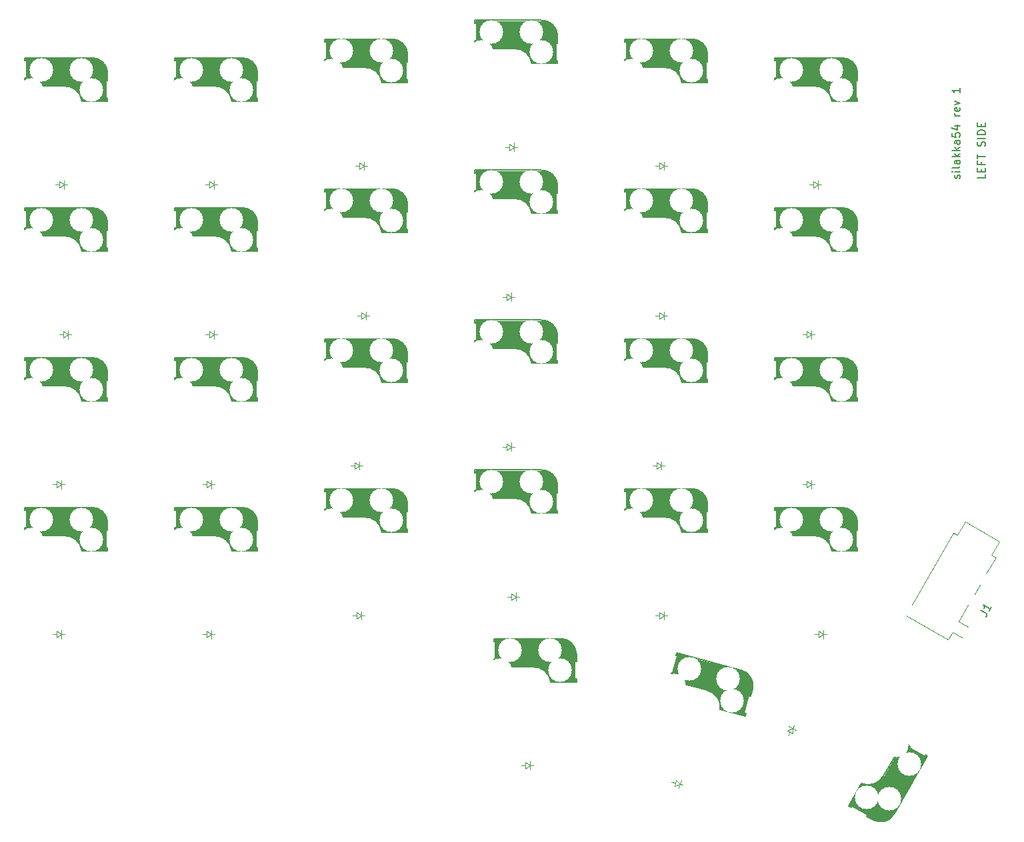
<source format=gto>
G04 #@! TF.GenerationSoftware,KiCad,Pcbnew,8.0.4*
G04 #@! TF.CreationDate,2024-09-10T03:21:52+03:00*
G04 #@! TF.ProjectId,silakka54,73696c61-6b6b-4613-9534-2e6b69636164,rev?*
G04 #@! TF.SameCoordinates,Original*
G04 #@! TF.FileFunction,Legend,Top*
G04 #@! TF.FilePolarity,Positive*
%FSLAX46Y46*%
G04 Gerber Fmt 4.6, Leading zero omitted, Abs format (unit mm)*
G04 Created by KiCad (PCBNEW 8.0.4) date 2024-09-10 03:21:52*
%MOMM*%
%LPD*%
G01*
G04 APERTURE LIST*
G04 Aperture macros list*
%AMHorizOval*
0 Thick line with rounded ends*
0 $1 width*
0 $2 $3 position (X,Y) of the first rounded end (center of the circle)*
0 $4 $5 position (X,Y) of the second rounded end (center of the circle)*
0 Add line between two ends*
20,1,$1,$2,$3,$4,$5,0*
0 Add two circle primitives to create the rounded ends*
1,1,$1,$2,$3*
1,1,$1,$4,$5*%
%AMRotRect*
0 Rectangle, with rotation*
0 The origin of the aperture is its center*
0 $1 length*
0 $2 width*
0 $3 Rotation angle, in degrees counterclockwise*
0 Add horizontal line*
21,1,$1,$2,0,0,$3*%
G04 Aperture macros list end*
%ADD10C,0.150000*%
%ADD11C,0.100000*%
%ADD12C,0.400000*%
%ADD13C,0.500000*%
%ADD14C,1.000000*%
%ADD15C,3.500000*%
%ADD16C,3.000000*%
%ADD17C,0.800000*%
%ADD18C,0.300000*%
%ADD19C,0.120000*%
%ADD20R,1.600000X1.600000*%
%ADD21O,1.600000X1.600000*%
%ADD22C,1.900000*%
%ADD23C,1.700000*%
%ADD24C,3.000000*%
%ADD25C,4.100000*%
%ADD26R,2.300000X2.000000*%
%ADD27RotRect,1.600000X1.600000X240.000000*%
%ADD28HorizOval,1.600000X0.000000X0.000000X0.000000X0.000000X0*%
%ADD29RotRect,2.300000X2.000000X165.000000*%
%ADD30RotRect,1.200000X2.500000X240.000000*%
%ADD31RotRect,2.300000X2.000000X60.000000*%
%ADD32O,2.500000X1.500000*%
%ADD33O,1.500000X2.500000*%
%ADD34RotRect,1.600000X1.600000X165.000000*%
%ADD35HorizOval,1.600000X0.000000X0.000000X0.000000X0.000000X0*%
%ADD36C,1.500000*%
G04 APERTURE END LIST*
D10*
X154302312Y-49210839D02*
X154349931Y-49115601D01*
X154349931Y-49115601D02*
X154349931Y-48925125D01*
X154349931Y-48925125D02*
X154302312Y-48829887D01*
X154302312Y-48829887D02*
X154207073Y-48782268D01*
X154207073Y-48782268D02*
X154159454Y-48782268D01*
X154159454Y-48782268D02*
X154064216Y-48829887D01*
X154064216Y-48829887D02*
X154016597Y-48925125D01*
X154016597Y-48925125D02*
X154016597Y-49067982D01*
X154016597Y-49067982D02*
X153968978Y-49163220D01*
X153968978Y-49163220D02*
X153873740Y-49210839D01*
X153873740Y-49210839D02*
X153826121Y-49210839D01*
X153826121Y-49210839D02*
X153730883Y-49163220D01*
X153730883Y-49163220D02*
X153683264Y-49067982D01*
X153683264Y-49067982D02*
X153683264Y-48925125D01*
X153683264Y-48925125D02*
X153730883Y-48829887D01*
X154349931Y-48353696D02*
X153683264Y-48353696D01*
X153349931Y-48353696D02*
X153397550Y-48401315D01*
X153397550Y-48401315D02*
X153445169Y-48353696D01*
X153445169Y-48353696D02*
X153397550Y-48306077D01*
X153397550Y-48306077D02*
X153349931Y-48353696D01*
X153349931Y-48353696D02*
X153445169Y-48353696D01*
X154349931Y-47734649D02*
X154302312Y-47829887D01*
X154302312Y-47829887D02*
X154207073Y-47877506D01*
X154207073Y-47877506D02*
X153349931Y-47877506D01*
X154349931Y-46925125D02*
X153826121Y-46925125D01*
X153826121Y-46925125D02*
X153730883Y-46972744D01*
X153730883Y-46972744D02*
X153683264Y-47067982D01*
X153683264Y-47067982D02*
X153683264Y-47258458D01*
X153683264Y-47258458D02*
X153730883Y-47353696D01*
X154302312Y-46925125D02*
X154349931Y-47020363D01*
X154349931Y-47020363D02*
X154349931Y-47258458D01*
X154349931Y-47258458D02*
X154302312Y-47353696D01*
X154302312Y-47353696D02*
X154207073Y-47401315D01*
X154207073Y-47401315D02*
X154111835Y-47401315D01*
X154111835Y-47401315D02*
X154016597Y-47353696D01*
X154016597Y-47353696D02*
X153968978Y-47258458D01*
X153968978Y-47258458D02*
X153968978Y-47020363D01*
X153968978Y-47020363D02*
X153921359Y-46925125D01*
X154349931Y-46448934D02*
X153349931Y-46448934D01*
X153968978Y-46353696D02*
X154349931Y-46067982D01*
X153683264Y-46067982D02*
X154064216Y-46448934D01*
X154349931Y-45639410D02*
X153349931Y-45639410D01*
X153968978Y-45544172D02*
X154349931Y-45258458D01*
X153683264Y-45258458D02*
X154064216Y-45639410D01*
X154349931Y-44401315D02*
X153826121Y-44401315D01*
X153826121Y-44401315D02*
X153730883Y-44448934D01*
X153730883Y-44448934D02*
X153683264Y-44544172D01*
X153683264Y-44544172D02*
X153683264Y-44734648D01*
X153683264Y-44734648D02*
X153730883Y-44829886D01*
X154302312Y-44401315D02*
X154349931Y-44496553D01*
X154349931Y-44496553D02*
X154349931Y-44734648D01*
X154349931Y-44734648D02*
X154302312Y-44829886D01*
X154302312Y-44829886D02*
X154207073Y-44877505D01*
X154207073Y-44877505D02*
X154111835Y-44877505D01*
X154111835Y-44877505D02*
X154016597Y-44829886D01*
X154016597Y-44829886D02*
X153968978Y-44734648D01*
X153968978Y-44734648D02*
X153968978Y-44496553D01*
X153968978Y-44496553D02*
X153921359Y-44401315D01*
X153349931Y-43448934D02*
X153349931Y-43925124D01*
X153349931Y-43925124D02*
X153826121Y-43972743D01*
X153826121Y-43972743D02*
X153778502Y-43925124D01*
X153778502Y-43925124D02*
X153730883Y-43829886D01*
X153730883Y-43829886D02*
X153730883Y-43591791D01*
X153730883Y-43591791D02*
X153778502Y-43496553D01*
X153778502Y-43496553D02*
X153826121Y-43448934D01*
X153826121Y-43448934D02*
X153921359Y-43401315D01*
X153921359Y-43401315D02*
X154159454Y-43401315D01*
X154159454Y-43401315D02*
X154254692Y-43448934D01*
X154254692Y-43448934D02*
X154302312Y-43496553D01*
X154302312Y-43496553D02*
X154349931Y-43591791D01*
X154349931Y-43591791D02*
X154349931Y-43829886D01*
X154349931Y-43829886D02*
X154302312Y-43925124D01*
X154302312Y-43925124D02*
X154254692Y-43972743D01*
X153683264Y-42544172D02*
X154349931Y-42544172D01*
X153302312Y-42782267D02*
X154016597Y-43020362D01*
X154016597Y-43020362D02*
X154016597Y-42401315D01*
X154349931Y-41258457D02*
X153683264Y-41258457D01*
X153873740Y-41258457D02*
X153778502Y-41210838D01*
X153778502Y-41210838D02*
X153730883Y-41163219D01*
X153730883Y-41163219D02*
X153683264Y-41067981D01*
X153683264Y-41067981D02*
X153683264Y-40972743D01*
X154302312Y-40258457D02*
X154349931Y-40353695D01*
X154349931Y-40353695D02*
X154349931Y-40544171D01*
X154349931Y-40544171D02*
X154302312Y-40639409D01*
X154302312Y-40639409D02*
X154207073Y-40687028D01*
X154207073Y-40687028D02*
X153826121Y-40687028D01*
X153826121Y-40687028D02*
X153730883Y-40639409D01*
X153730883Y-40639409D02*
X153683264Y-40544171D01*
X153683264Y-40544171D02*
X153683264Y-40353695D01*
X153683264Y-40353695D02*
X153730883Y-40258457D01*
X153730883Y-40258457D02*
X153826121Y-40210838D01*
X153826121Y-40210838D02*
X153921359Y-40210838D01*
X153921359Y-40210838D02*
X154016597Y-40687028D01*
X153683264Y-39877504D02*
X154349931Y-39639409D01*
X154349931Y-39639409D02*
X153683264Y-39401314D01*
X154349931Y-37734647D02*
X154349931Y-38306075D01*
X154349931Y-38020361D02*
X153349931Y-38020361D01*
X153349931Y-38020361D02*
X153492788Y-38115599D01*
X153492788Y-38115599D02*
X153588026Y-38210837D01*
X153588026Y-38210837D02*
X153635645Y-38306075D01*
X157569819Y-48687030D02*
X157569819Y-49163220D01*
X157569819Y-49163220D02*
X156569819Y-49163220D01*
X157046009Y-48353696D02*
X157046009Y-48020363D01*
X157569819Y-47877506D02*
X157569819Y-48353696D01*
X157569819Y-48353696D02*
X156569819Y-48353696D01*
X156569819Y-48353696D02*
X156569819Y-47877506D01*
X157046009Y-47115601D02*
X157046009Y-47448934D01*
X157569819Y-47448934D02*
X156569819Y-47448934D01*
X156569819Y-47448934D02*
X156569819Y-46972744D01*
X156569819Y-46734648D02*
X156569819Y-46163220D01*
X157569819Y-46448934D02*
X156569819Y-46448934D01*
X157522200Y-45115600D02*
X157569819Y-44972743D01*
X157569819Y-44972743D02*
X157569819Y-44734648D01*
X157569819Y-44734648D02*
X157522200Y-44639410D01*
X157522200Y-44639410D02*
X157474580Y-44591791D01*
X157474580Y-44591791D02*
X157379342Y-44544172D01*
X157379342Y-44544172D02*
X157284104Y-44544172D01*
X157284104Y-44544172D02*
X157188866Y-44591791D01*
X157188866Y-44591791D02*
X157141247Y-44639410D01*
X157141247Y-44639410D02*
X157093628Y-44734648D01*
X157093628Y-44734648D02*
X157046009Y-44925124D01*
X157046009Y-44925124D02*
X156998390Y-45020362D01*
X156998390Y-45020362D02*
X156950771Y-45067981D01*
X156950771Y-45067981D02*
X156855533Y-45115600D01*
X156855533Y-45115600D02*
X156760295Y-45115600D01*
X156760295Y-45115600D02*
X156665057Y-45067981D01*
X156665057Y-45067981D02*
X156617438Y-45020362D01*
X156617438Y-45020362D02*
X156569819Y-44925124D01*
X156569819Y-44925124D02*
X156569819Y-44687029D01*
X156569819Y-44687029D02*
X156617438Y-44544172D01*
X157569819Y-44115600D02*
X156569819Y-44115600D01*
X157569819Y-43639410D02*
X156569819Y-43639410D01*
X156569819Y-43639410D02*
X156569819Y-43401315D01*
X156569819Y-43401315D02*
X156617438Y-43258458D01*
X156617438Y-43258458D02*
X156712676Y-43163220D01*
X156712676Y-43163220D02*
X156807914Y-43115601D01*
X156807914Y-43115601D02*
X156998390Y-43067982D01*
X156998390Y-43067982D02*
X157141247Y-43067982D01*
X157141247Y-43067982D02*
X157331723Y-43115601D01*
X157331723Y-43115601D02*
X157426961Y-43163220D01*
X157426961Y-43163220D02*
X157522200Y-43258458D01*
X157522200Y-43258458D02*
X157569819Y-43401315D01*
X157569819Y-43401315D02*
X157569819Y-43639410D01*
X157046009Y-42639410D02*
X157046009Y-42306077D01*
X157569819Y-42163220D02*
X157569819Y-42639410D01*
X157569819Y-42639410D02*
X156569819Y-42639410D01*
X156569819Y-42639410D02*
X156569819Y-42163220D01*
X156992755Y-104075907D02*
X157611345Y-104433050D01*
X157611345Y-104433050D02*
X157711253Y-104545718D01*
X157711253Y-104545718D02*
X157746113Y-104675816D01*
X157746113Y-104675816D02*
X157715923Y-104823343D01*
X157715923Y-104823343D02*
X157668304Y-104905822D01*
X158358781Y-103709882D02*
X158073066Y-104204753D01*
X158215924Y-103957318D02*
X157349898Y-103457318D01*
X157349898Y-103457318D02*
X157425997Y-103611225D01*
X157425997Y-103611225D02*
X157460857Y-103741322D01*
X157460857Y-103741322D02*
X157454477Y-103847610D01*
D11*
G04 #@! TO.C,D18*
X134868750Y-87706250D02*
X135468750Y-88106250D01*
X134868750Y-88106250D02*
X134368750Y-88106250D01*
X134868750Y-88506250D02*
X134868750Y-87706250D01*
X135468750Y-88106250D02*
X134868750Y-88506250D01*
X135468750Y-88656250D02*
X135468750Y-87556250D01*
X135868750Y-88106250D02*
X135468750Y-88106250D01*
G04 #@! TO.C,D9*
X78318750Y-66275000D02*
X78918750Y-66675000D01*
X78318750Y-66675000D02*
X77818750Y-66675000D01*
X78318750Y-67075000D02*
X78318750Y-66275000D01*
X78918750Y-66675000D02*
X78318750Y-67075000D01*
X78918750Y-67225000D02*
X78918750Y-66125000D01*
X79318750Y-66675000D02*
X78918750Y-66675000D01*
G04 #@! TO.C,D5*
X116168749Y-47225001D02*
X116768749Y-47625001D01*
X116168749Y-47625001D02*
X115668749Y-47625001D01*
X116168749Y-48025001D02*
X116168749Y-47225001D01*
X116768749Y-47625001D02*
X116168749Y-48025001D01*
X116768749Y-48175001D02*
X116768749Y-47075001D01*
X117168749Y-47625001D02*
X116768749Y-47625001D01*
D10*
G04 #@! TO.C,S25*
X95150000Y-107700000D02*
X103550000Y-107699999D01*
X95150000Y-108050000D02*
X95150000Y-107700000D01*
X95150000Y-110300000D02*
X95350000Y-110300000D01*
X95150000Y-111300000D02*
X95150000Y-110300000D01*
D12*
X95350000Y-107900000D02*
X96750000Y-107900000D01*
D10*
X95350000Y-108050000D02*
X95150000Y-108050000D01*
D12*
X95350000Y-110400000D02*
X95350000Y-111100000D01*
D10*
X95370000Y-110300000D02*
X95370000Y-108050000D01*
D13*
X95450000Y-111000000D02*
X96850000Y-111000000D01*
D14*
X95850000Y-108300000D02*
X95850000Y-110800000D01*
D15*
X97150000Y-109500000D02*
X103850000Y-109500000D01*
D10*
X100150000Y-111300000D02*
X95150000Y-111300000D01*
D16*
X103920000Y-109200000D02*
X103920000Y-111440000D01*
D17*
X105050000Y-112700000D02*
X105050000Y-110900000D01*
D10*
X105420000Y-110600000D02*
X105420000Y-112840000D01*
X105450000Y-112840000D02*
X105650000Y-112840000D01*
D13*
X105450000Y-113000000D02*
X102750000Y-113000000D01*
D18*
X105549999Y-110500000D02*
X105550000Y-109600001D01*
D10*
X105650000Y-109600000D02*
X105650000Y-110600000D01*
X105650000Y-110600000D02*
X105450000Y-110600000D01*
X105650000Y-113200000D02*
X102370000Y-113200000D01*
X105650000Y-113200000D02*
X105650000Y-112840000D01*
X100150000Y-111300000D02*
G75*
G02*
X102366318Y-113178529I65000J-2170000D01*
G01*
D14*
X100550000Y-110900000D02*
G75*
G02*
X102766318Y-112778529I65000J-2170000D01*
G01*
D10*
X103550000Y-107699999D02*
G75*
G02*
X105650001Y-109600000I100000J-2000001D01*
G01*
D11*
G04 #@! TO.C,D27*
X132441090Y-119382115D02*
X133087500Y-119062500D01*
X132787500Y-119582115D02*
X132537500Y-120015128D01*
X133087500Y-119062500D02*
X133133910Y-119782115D01*
X133133910Y-119782115D02*
X132441090Y-119382115D01*
X133287500Y-118716090D02*
X133087500Y-119062500D01*
X133563814Y-119337500D02*
X132611186Y-118787500D01*
D10*
G04 #@! TO.C,S11*
X111818750Y-50550000D02*
X120218750Y-50549999D01*
X111818750Y-50900000D02*
X111818750Y-50550000D01*
X111818750Y-53150000D02*
X112018750Y-53150000D01*
X111818750Y-54150000D02*
X111818750Y-53150000D01*
D12*
X112018750Y-50750000D02*
X113418750Y-50750000D01*
D10*
X112018750Y-50900000D02*
X111818750Y-50900000D01*
D12*
X112018750Y-53250000D02*
X112018750Y-53950000D01*
D10*
X112038750Y-53150000D02*
X112038750Y-50900000D01*
D13*
X112118750Y-53850000D02*
X113518750Y-53850000D01*
D14*
X112518750Y-51150000D02*
X112518750Y-53650000D01*
D15*
X113818750Y-52350000D02*
X120518750Y-52350000D01*
D10*
X116818750Y-54150000D02*
X111818750Y-54150000D01*
D16*
X120588750Y-52050000D02*
X120588750Y-54290000D01*
D17*
X121718750Y-55550000D02*
X121718750Y-53750000D01*
D10*
X122088750Y-53450000D02*
X122088750Y-55690000D01*
X122118750Y-55690000D02*
X122318750Y-55690000D01*
D13*
X122118750Y-55850000D02*
X119418750Y-55850000D01*
D18*
X122218749Y-53350000D02*
X122218750Y-52450001D01*
D10*
X122318750Y-52450000D02*
X122318750Y-53450000D01*
X122318750Y-53450000D02*
X122118750Y-53450000D01*
X122318750Y-56050000D02*
X119038750Y-56050000D01*
X122318750Y-56050000D02*
X122318750Y-55690000D01*
X116818750Y-54150000D02*
G75*
G02*
X119035068Y-56028529I65000J-2170000D01*
G01*
D14*
X117218750Y-53750000D02*
G75*
G02*
X119435068Y-55628529I65000J-2170000D01*
G01*
D10*
X120218750Y-50549999D02*
G75*
G02*
X122318751Y-52450000I100000J-2000001D01*
G01*
G04 #@! TO.C,S5*
X111818750Y-31500000D02*
X120218750Y-31499999D01*
X111818750Y-31850000D02*
X111818750Y-31500000D01*
X111818750Y-34100000D02*
X112018750Y-34100000D01*
X111818750Y-35100000D02*
X111818750Y-34100000D01*
D12*
X112018750Y-31700000D02*
X113418750Y-31700000D01*
D10*
X112018750Y-31850000D02*
X111818750Y-31850000D01*
D12*
X112018750Y-34200000D02*
X112018750Y-34900000D01*
D10*
X112038750Y-34100000D02*
X112038750Y-31850000D01*
D13*
X112118750Y-34800000D02*
X113518750Y-34800000D01*
D14*
X112518750Y-32100000D02*
X112518750Y-34600000D01*
D15*
X113818750Y-33300000D02*
X120518750Y-33300000D01*
D10*
X116818750Y-35100000D02*
X111818750Y-35100000D01*
D16*
X120588750Y-33000000D02*
X120588750Y-35240000D01*
D17*
X121718750Y-36500000D02*
X121718750Y-34700000D01*
D10*
X122088750Y-34400000D02*
X122088750Y-36640000D01*
X122118750Y-36640000D02*
X122318750Y-36640000D01*
D13*
X122118750Y-36800000D02*
X119418750Y-36800000D01*
D18*
X122218749Y-34300000D02*
X122218750Y-33400001D01*
D10*
X122318750Y-33400000D02*
X122318750Y-34400000D01*
X122318750Y-34400000D02*
X122118750Y-34400000D01*
X122318750Y-37000000D02*
X119038750Y-37000000D01*
X122318750Y-37000000D02*
X122318750Y-36640000D01*
X116818750Y-35100000D02*
G75*
G02*
X119035068Y-36978529I65000J-2170000D01*
G01*
D14*
X117218750Y-34700000D02*
G75*
G02*
X119435068Y-36578529I65000J-2170000D01*
G01*
D10*
X120218750Y-31499999D02*
G75*
G02*
X122318751Y-33400000I100000J-2000001D01*
G01*
G04 #@! TO.C,S6*
X130868750Y-33881250D02*
X139268750Y-33881249D01*
X130868750Y-34231250D02*
X130868750Y-33881250D01*
X130868750Y-36481250D02*
X131068750Y-36481250D01*
X130868750Y-37481250D02*
X130868750Y-36481250D01*
D12*
X131068750Y-34081250D02*
X132468750Y-34081250D01*
D10*
X131068750Y-34231250D02*
X130868750Y-34231250D01*
D12*
X131068750Y-36581250D02*
X131068750Y-37281250D01*
D10*
X131088750Y-36481250D02*
X131088750Y-34231250D01*
D13*
X131168750Y-37181250D02*
X132568750Y-37181250D01*
D14*
X131568750Y-34481250D02*
X131568750Y-36981250D01*
D15*
X132868750Y-35681250D02*
X139568750Y-35681250D01*
D10*
X135868750Y-37481250D02*
X130868750Y-37481250D01*
D16*
X139638750Y-35381250D02*
X139638750Y-37621250D01*
D17*
X140768750Y-38881250D02*
X140768750Y-37081250D01*
D10*
X141138750Y-36781250D02*
X141138750Y-39021250D01*
X141168750Y-39021250D02*
X141368750Y-39021250D01*
D13*
X141168750Y-39181250D02*
X138468750Y-39181250D01*
D18*
X141268749Y-36681250D02*
X141268750Y-35781251D01*
D10*
X141368750Y-35781250D02*
X141368750Y-36781250D01*
X141368750Y-36781250D02*
X141168750Y-36781250D01*
X141368750Y-39381250D02*
X138088750Y-39381250D01*
X141368750Y-39381250D02*
X141368750Y-39021250D01*
X135868750Y-37481250D02*
G75*
G02*
X138085068Y-39359779I65000J-2170000D01*
G01*
D14*
X136268750Y-37081250D02*
G75*
G02*
X138485068Y-38959779I65000J-2170000D01*
G01*
D10*
X139268750Y-33881249D02*
G75*
G02*
X141368751Y-35781250I100000J-2000001D01*
G01*
G04 #@! TO.C,S10*
X92768750Y-48168750D02*
X101168750Y-48168749D01*
X92768750Y-48518750D02*
X92768750Y-48168750D01*
X92768750Y-50768750D02*
X92968750Y-50768750D01*
X92768750Y-51768750D02*
X92768750Y-50768750D01*
D12*
X92968750Y-48368750D02*
X94368750Y-48368750D01*
D10*
X92968750Y-48518750D02*
X92768750Y-48518750D01*
D12*
X92968750Y-50868750D02*
X92968750Y-51568750D01*
D10*
X92988750Y-50768750D02*
X92988750Y-48518750D01*
D13*
X93068750Y-51468750D02*
X94468750Y-51468750D01*
D14*
X93468750Y-48768750D02*
X93468750Y-51268750D01*
D15*
X94768750Y-49968750D02*
X101468750Y-49968750D01*
D10*
X97768750Y-51768750D02*
X92768750Y-51768750D01*
D16*
X101538750Y-49668750D02*
X101538750Y-51908750D01*
D17*
X102668750Y-53168750D02*
X102668750Y-51368750D01*
D10*
X103038750Y-51068750D02*
X103038750Y-53308750D01*
X103068750Y-53308750D02*
X103268750Y-53308750D01*
D13*
X103068750Y-53468750D02*
X100368750Y-53468750D01*
D18*
X103168749Y-50968750D02*
X103168750Y-50068751D01*
D10*
X103268750Y-50068750D02*
X103268750Y-51068750D01*
X103268750Y-51068750D02*
X103068750Y-51068750D01*
X103268750Y-53668750D02*
X99988750Y-53668750D01*
X103268750Y-53668750D02*
X103268750Y-53308750D01*
X97768750Y-51768750D02*
G75*
G02*
X99985068Y-53647279I65000J-2170000D01*
G01*
D14*
X98168750Y-51368750D02*
G75*
G02*
X100385068Y-53247279I65000J-2170000D01*
G01*
D10*
X101168750Y-48168749D02*
G75*
G02*
X103268751Y-50068750I100000J-2000001D01*
G01*
D11*
G04 #@! TO.C,D25*
X99150002Y-123425001D02*
X99750002Y-123825001D01*
X99150002Y-123825001D02*
X98650002Y-123825001D01*
X99150002Y-124225001D02*
X99150002Y-123425001D01*
X99750002Y-123825001D02*
X99150002Y-124225001D01*
X99750002Y-124375001D02*
X99750002Y-123275001D01*
X100150002Y-123825001D02*
X99750002Y-123825001D01*
D10*
G04 #@! TO.C,S23*
X111818750Y-88650000D02*
X120218750Y-88649999D01*
X111818750Y-89000000D02*
X111818750Y-88650000D01*
X111818750Y-91250000D02*
X112018750Y-91250000D01*
X111818750Y-92250000D02*
X111818750Y-91250000D01*
D12*
X112018750Y-88850000D02*
X113418750Y-88850000D01*
D10*
X112018750Y-89000000D02*
X111818750Y-89000000D01*
D12*
X112018750Y-91350000D02*
X112018750Y-92050000D01*
D10*
X112038750Y-91250000D02*
X112038750Y-89000000D01*
D13*
X112118750Y-91950000D02*
X113518750Y-91950000D01*
D14*
X112518750Y-89250000D02*
X112518750Y-91750000D01*
D15*
X113818750Y-90450000D02*
X120518750Y-90450000D01*
D10*
X116818750Y-92250000D02*
X111818750Y-92250000D01*
D16*
X120588750Y-90150000D02*
X120588750Y-92390000D01*
D17*
X121718750Y-93650000D02*
X121718750Y-91850000D01*
D10*
X122088750Y-91550000D02*
X122088750Y-93790000D01*
X122118750Y-93790000D02*
X122318750Y-93790000D01*
D13*
X122118750Y-93950000D02*
X119418750Y-93950000D01*
D18*
X122218749Y-91450000D02*
X122218750Y-90550001D01*
D10*
X122318750Y-90550000D02*
X122318750Y-91550000D01*
X122318750Y-91550000D02*
X122118750Y-91550000D01*
X122318750Y-94150000D02*
X119038750Y-94150000D01*
X122318750Y-94150000D02*
X122318750Y-93790000D01*
X116818750Y-92250000D02*
G75*
G02*
X119035068Y-94128529I65000J-2170000D01*
G01*
D14*
X117218750Y-91850000D02*
G75*
G02*
X119435068Y-93728529I65000J-2170000D01*
G01*
D10*
X120218750Y-88649999D02*
G75*
G02*
X122318751Y-90550000I100000J-2000001D01*
G01*
D11*
G04 #@! TO.C,D16*
X96768750Y-82943750D02*
X97368750Y-83343750D01*
X96768750Y-83343750D02*
X96268750Y-83343750D01*
X96768750Y-83743750D02*
X96768750Y-82943750D01*
X97368750Y-83343750D02*
X96768750Y-83743750D01*
X97368750Y-83893750D02*
X97368750Y-82793750D01*
X97768750Y-83343750D02*
X97368750Y-83343750D01*
G04 #@! TO.C,D21*
X77718752Y-104375001D02*
X78318752Y-104775001D01*
X77718752Y-104775001D02*
X77218752Y-104775001D01*
X77718752Y-105175001D02*
X77718752Y-104375001D01*
X78318752Y-104775001D02*
X77718752Y-105175001D01*
X78318752Y-105325001D02*
X78318752Y-104225001D01*
X78718752Y-104775001D02*
X78318752Y-104775001D01*
G04 #@! TO.C,D14*
X58668750Y-87706250D02*
X59268750Y-88106250D01*
X58668750Y-88106250D02*
X58168750Y-88106250D01*
X58668750Y-88506250D02*
X58668750Y-87706250D01*
X59268750Y-88106250D02*
X58668750Y-88506250D01*
X59268750Y-88656250D02*
X59268750Y-87556250D01*
X59668750Y-88106250D02*
X59268750Y-88106250D01*
D10*
G04 #@! TO.C,S3*
X73718750Y-31500000D02*
X82118750Y-31499999D01*
X73718750Y-31850000D02*
X73718750Y-31500000D01*
X73718750Y-34100000D02*
X73918750Y-34100000D01*
X73718750Y-35100000D02*
X73718750Y-34100000D01*
D12*
X73918750Y-31700000D02*
X75318750Y-31700000D01*
D10*
X73918750Y-31850000D02*
X73718750Y-31850000D01*
D12*
X73918750Y-34200000D02*
X73918750Y-34900000D01*
D10*
X73938750Y-34100000D02*
X73938750Y-31850000D01*
D13*
X74018750Y-34800000D02*
X75418750Y-34800000D01*
D14*
X74418750Y-32100000D02*
X74418750Y-34600000D01*
D15*
X75718750Y-33300000D02*
X82418750Y-33300000D01*
D10*
X78718750Y-35100000D02*
X73718750Y-35100000D01*
D16*
X82488750Y-33000000D02*
X82488750Y-35240000D01*
D17*
X83618750Y-36500000D02*
X83618750Y-34700000D01*
D10*
X83988750Y-34400000D02*
X83988750Y-36640000D01*
X84018750Y-36640000D02*
X84218750Y-36640000D01*
D13*
X84018750Y-36800000D02*
X81318750Y-36800000D01*
D18*
X84118749Y-34300000D02*
X84118750Y-33400001D01*
D10*
X84218750Y-33400000D02*
X84218750Y-34400000D01*
X84218750Y-34400000D02*
X84018750Y-34400000D01*
X84218750Y-37000000D02*
X80938750Y-37000000D01*
X84218750Y-37000000D02*
X84218750Y-36640000D01*
X78718750Y-35100000D02*
G75*
G02*
X80935068Y-36978529I65000J-2170000D01*
G01*
D14*
X79118750Y-34700000D02*
G75*
G02*
X81335068Y-36578529I65000J-2170000D01*
G01*
D10*
X82118750Y-31499999D02*
G75*
G02*
X84218751Y-33400000I100000J-2000001D01*
G01*
G04 #@! TO.C,S26*
X117431948Y-112992905D02*
X117690767Y-112026979D01*
X117690767Y-112026979D02*
X117883953Y-112078743D01*
D13*
X117799372Y-112780773D02*
X119151668Y-113143120D01*
D12*
X117858071Y-112175335D02*
X117676897Y-112851485D01*
D10*
X117903271Y-112083919D02*
X118485614Y-109910586D01*
X118273110Y-109853646D02*
X118363697Y-109515572D01*
X118363697Y-109515572D02*
X126477474Y-111689651D01*
X118466295Y-109905410D02*
X118273110Y-109853646D01*
D12*
X118505118Y-109760521D02*
X119857414Y-110122869D01*
D14*
X118884554Y-110276301D02*
X118237506Y-112691115D01*
D15*
X119829674Y-111771877D02*
X126301377Y-113505964D01*
D10*
X122261577Y-114287000D02*
X117431948Y-112992905D01*
D16*
X126446638Y-113234304D02*
X125866883Y-115397978D01*
D17*
X126632267Y-116907510D02*
X127098142Y-115168843D01*
D13*
X126940992Y-117300815D02*
X124332992Y-116602004D01*
D10*
X126982403Y-117146267D02*
X127175588Y-117198031D01*
X127082413Y-117545764D02*
X123914177Y-116696837D01*
X127082413Y-117545764D02*
X127175588Y-117198031D01*
X127533180Y-114974828D02*
X126953425Y-117138502D01*
D18*
X127684631Y-114911882D02*
X127917569Y-114042550D01*
D10*
X127755343Y-115034357D02*
X127562158Y-114982593D01*
X128014162Y-114068431D02*
X127755343Y-115034357D01*
X122261577Y-114287000D02*
G75*
G02*
X123916177Y-116675145I-498852J-2112882D01*
G01*
D14*
X122751474Y-114004157D02*
G75*
G02*
X124406076Y-116392302I-498851J-2112883D01*
G01*
D10*
X126477474Y-111689651D02*
G75*
G02*
X128014162Y-114068431I-421046J-1957734D01*
G01*
G04 #@! TO.C,S17*
X111818750Y-69600000D02*
X120218750Y-69599999D01*
X111818750Y-69950000D02*
X111818750Y-69600000D01*
X111818750Y-72200000D02*
X112018750Y-72200000D01*
X111818750Y-73200000D02*
X111818750Y-72200000D01*
D12*
X112018750Y-69800000D02*
X113418750Y-69800000D01*
D10*
X112018750Y-69950000D02*
X111818750Y-69950000D01*
D12*
X112018750Y-72300000D02*
X112018750Y-73000000D01*
D10*
X112038750Y-72200000D02*
X112038750Y-69950000D01*
D13*
X112118750Y-72900000D02*
X113518750Y-72900000D01*
D14*
X112518750Y-70200000D02*
X112518750Y-72700000D01*
D15*
X113818750Y-71400000D02*
X120518750Y-71400000D01*
D10*
X116818750Y-73200000D02*
X111818750Y-73200000D01*
D16*
X120588750Y-71100000D02*
X120588750Y-73340000D01*
D17*
X121718750Y-74600000D02*
X121718750Y-72800000D01*
D10*
X122088750Y-72500000D02*
X122088750Y-74740000D01*
X122118750Y-74740000D02*
X122318750Y-74740000D01*
D13*
X122118750Y-74900000D02*
X119418750Y-74900000D01*
D18*
X122218749Y-72400000D02*
X122218750Y-71500001D01*
D10*
X122318750Y-71500000D02*
X122318750Y-72500000D01*
X122318750Y-72500000D02*
X122118750Y-72500000D01*
X122318750Y-75100000D02*
X119038750Y-75100000D01*
X122318750Y-75100000D02*
X122318750Y-74740000D01*
X116818750Y-73200000D02*
G75*
G02*
X119035068Y-75078529I65000J-2170000D01*
G01*
D14*
X117218750Y-72800000D02*
G75*
G02*
X119435068Y-74678529I65000J-2170000D01*
G01*
D10*
X120218750Y-69599999D02*
G75*
G02*
X122318751Y-71500000I100000J-2000001D01*
G01*
G04 #@! TO.C,S8*
X54668750Y-52931250D02*
X63068750Y-52931249D01*
X54668750Y-53281250D02*
X54668750Y-52931250D01*
X54668750Y-55531250D02*
X54868750Y-55531250D01*
X54668750Y-56531250D02*
X54668750Y-55531250D01*
D12*
X54868750Y-53131250D02*
X56268750Y-53131250D01*
D10*
X54868750Y-53281250D02*
X54668750Y-53281250D01*
D12*
X54868750Y-55631250D02*
X54868750Y-56331250D01*
D10*
X54888750Y-55531250D02*
X54888750Y-53281250D01*
D13*
X54968750Y-56231250D02*
X56368750Y-56231250D01*
D14*
X55368750Y-53531250D02*
X55368750Y-56031250D01*
D15*
X56668750Y-54731250D02*
X63368750Y-54731250D01*
D10*
X59668750Y-56531250D02*
X54668750Y-56531250D01*
D16*
X63438750Y-54431250D02*
X63438750Y-56671250D01*
D17*
X64568750Y-57931250D02*
X64568750Y-56131250D01*
D10*
X64938750Y-55831250D02*
X64938750Y-58071250D01*
X64968750Y-58071250D02*
X65168750Y-58071250D01*
D13*
X64968750Y-58231250D02*
X62268750Y-58231250D01*
D18*
X65068749Y-55731250D02*
X65068750Y-54831251D01*
D10*
X65168750Y-54831250D02*
X65168750Y-55831250D01*
X65168750Y-55831250D02*
X64968750Y-55831250D01*
X65168750Y-58431250D02*
X61888750Y-58431250D01*
X65168750Y-58431250D02*
X65168750Y-58071250D01*
X59668750Y-56531250D02*
G75*
G02*
X61885068Y-58409779I65000J-2170000D01*
G01*
D14*
X60068750Y-56131250D02*
G75*
G02*
X62285068Y-58009779I65000J-2170000D01*
G01*
D10*
X63068750Y-52931249D02*
G75*
G02*
X65168751Y-54831250I100000J-2000001D01*
G01*
D19*
G04 #@! TO.C,J1*
X147476151Y-104749517D02*
X152845507Y-107849516D01*
X148263649Y-103385526D02*
X153526148Y-94270611D01*
X153408007Y-106875239D02*
X152845507Y-107849516D01*
X153408007Y-106875239D02*
X154620443Y-107575237D01*
X154045764Y-94570609D02*
X153526148Y-94270611D01*
X154045764Y-94570609D02*
X155045765Y-92838555D01*
X154183007Y-105532898D02*
X155395441Y-106232898D01*
X155383008Y-103454436D02*
X154183007Y-105532898D01*
X156883007Y-100856360D02*
X156208007Y-102025495D01*
X158375892Y-97070609D02*
X159375891Y-95338561D01*
X158895506Y-97370611D02*
X157708009Y-99427421D01*
X158895506Y-97370611D02*
X158375892Y-97070609D01*
X159375891Y-95338561D02*
X155045765Y-92838555D01*
D11*
G04 #@! TO.C,D3*
X78068749Y-47225000D02*
X78668749Y-47625000D01*
X78068749Y-47625000D02*
X77568749Y-47625000D01*
X78068749Y-48025000D02*
X78068749Y-47225000D01*
X78668749Y-47625000D02*
X78068749Y-48025000D01*
X78668749Y-48175000D02*
X78668749Y-47075000D01*
X79068749Y-47625000D02*
X78668749Y-47625000D01*
G04 #@! TO.C,D1*
X39968749Y-49606251D02*
X40568749Y-50006251D01*
X39968749Y-50006251D02*
X39468749Y-50006251D01*
X39968749Y-50406251D02*
X39968749Y-49606251D01*
X40568749Y-50006251D02*
X39968749Y-50406251D01*
X40568749Y-50556251D02*
X40568749Y-49456251D01*
X40968749Y-50006251D02*
X40568749Y-50006251D01*
G04 #@! TO.C,D7*
X40468750Y-68656250D02*
X41068750Y-69056250D01*
X40468750Y-69056250D02*
X39968750Y-69056250D01*
X40468750Y-69456250D02*
X40468750Y-68656250D01*
X41068750Y-69056250D02*
X40468750Y-69456250D01*
X41068750Y-69606250D02*
X41068750Y-68506250D01*
X41468750Y-69056250D02*
X41068750Y-69056250D01*
D10*
G04 #@! TO.C,S13*
X35618750Y-71981250D02*
X44018750Y-71981249D01*
X35618750Y-72331250D02*
X35618750Y-71981250D01*
X35618750Y-74581250D02*
X35818750Y-74581250D01*
X35618750Y-75581250D02*
X35618750Y-74581250D01*
D12*
X35818750Y-72181250D02*
X37218750Y-72181250D01*
D10*
X35818750Y-72331250D02*
X35618750Y-72331250D01*
D12*
X35818750Y-74681250D02*
X35818750Y-75381250D01*
D10*
X35838750Y-74581250D02*
X35838750Y-72331250D01*
D13*
X35918750Y-75281250D02*
X37318750Y-75281250D01*
D14*
X36318750Y-72581250D02*
X36318750Y-75081250D01*
D15*
X37618750Y-73781250D02*
X44318750Y-73781250D01*
D10*
X40618750Y-75581250D02*
X35618750Y-75581250D01*
D16*
X44388750Y-73481250D02*
X44388750Y-75721250D01*
D17*
X45518750Y-76981250D02*
X45518750Y-75181250D01*
D10*
X45888750Y-74881250D02*
X45888750Y-77121250D01*
X45918750Y-77121250D02*
X46118750Y-77121250D01*
D13*
X45918750Y-77281250D02*
X43218750Y-77281250D01*
D18*
X46018749Y-74781250D02*
X46018750Y-73881251D01*
D10*
X46118750Y-73881250D02*
X46118750Y-74881250D01*
X46118750Y-74881250D02*
X45918750Y-74881250D01*
X46118750Y-77481250D02*
X42838750Y-77481250D01*
X46118750Y-77481250D02*
X46118750Y-77121250D01*
X40618750Y-75581250D02*
G75*
G02*
X42835068Y-77459779I65000J-2170000D01*
G01*
D14*
X41018750Y-75181250D02*
G75*
G02*
X43235068Y-77059779I65000J-2170000D01*
G01*
D10*
X44018750Y-71981249D02*
G75*
G02*
X46118751Y-73881250I100000J-2000001D01*
G01*
G04 #@! TO.C,S16*
X92768750Y-67218750D02*
X101168750Y-67218749D01*
X92768750Y-67568750D02*
X92768750Y-67218750D01*
X92768750Y-69818750D02*
X92968750Y-69818750D01*
X92768750Y-70818750D02*
X92768750Y-69818750D01*
D12*
X92968750Y-67418750D02*
X94368750Y-67418750D01*
D10*
X92968750Y-67568750D02*
X92768750Y-67568750D01*
D12*
X92968750Y-69918750D02*
X92968750Y-70618750D01*
D10*
X92988750Y-69818750D02*
X92988750Y-67568750D01*
D13*
X93068750Y-70518750D02*
X94468750Y-70518750D01*
D14*
X93468750Y-67818750D02*
X93468750Y-70318750D01*
D15*
X94768750Y-69018750D02*
X101468750Y-69018750D01*
D10*
X97768750Y-70818750D02*
X92768750Y-70818750D01*
D16*
X101538750Y-68718750D02*
X101538750Y-70958750D01*
D17*
X102668750Y-72218750D02*
X102668750Y-70418750D01*
D10*
X103038750Y-70118750D02*
X103038750Y-72358750D01*
X103068750Y-72358750D02*
X103268750Y-72358750D01*
D13*
X103068750Y-72518750D02*
X100368750Y-72518750D01*
D18*
X103168749Y-70018750D02*
X103168750Y-69118751D01*
D10*
X103268750Y-69118750D02*
X103268750Y-70118750D01*
X103268750Y-70118750D02*
X103068750Y-70118750D01*
X103268750Y-72718750D02*
X99988750Y-72718750D01*
X103268750Y-72718750D02*
X103268750Y-72358750D01*
X97768750Y-70818750D02*
G75*
G02*
X99985068Y-72697279I65000J-2170000D01*
G01*
D14*
X98168750Y-70418750D02*
G75*
G02*
X100385068Y-72297279I65000J-2170000D01*
G01*
D10*
X101168750Y-67218749D02*
G75*
G02*
X103268751Y-69118750I100000J-2000001D01*
G01*
G04 #@! TO.C,S27*
X140231378Y-128970800D02*
X140543147Y-129150800D01*
X140231378Y-128970800D02*
X141871378Y-126130237D01*
D13*
X140504583Y-128897595D02*
X141854583Y-126559326D01*
D10*
X140643147Y-128977595D02*
X140543147Y-129150800D01*
D17*
X140964391Y-128701185D02*
X142523236Y-129601185D01*
D10*
X142483044Y-130270800D02*
X142583044Y-130097595D01*
X142598044Y-130071614D02*
X140658147Y-128951614D01*
D18*
X142619647Y-130234196D02*
X143399069Y-130684197D01*
D10*
X143349069Y-130770800D02*
X142483044Y-130270800D01*
D16*
X144560480Y-129472576D02*
X142620583Y-128352576D01*
D10*
X144626826Y-125157660D02*
X147126826Y-120827533D01*
X147126826Y-120827533D02*
X147992852Y-121327533D01*
D13*
X147236634Y-121237341D02*
X146536634Y-122449776D01*
D15*
X147685672Y-123459584D02*
X144335672Y-129261954D01*
D12*
X147806249Y-121450738D02*
X147200031Y-121100738D01*
D10*
X147882852Y-121518059D02*
X149831409Y-122643059D01*
X147992852Y-121327533D02*
X147892852Y-121500738D01*
D14*
X149374902Y-122933751D02*
X147209839Y-121683751D01*
D10*
X149841409Y-122625738D02*
X149941409Y-122452533D01*
X149941409Y-122452533D02*
X150244518Y-122627533D01*
D12*
X149971313Y-122700738D02*
X149271313Y-123913174D01*
D10*
X150244518Y-122627533D02*
X146044519Y-129902147D01*
X144626826Y-125157660D02*
G75*
G02*
X141891813Y-126137783I-1911775J1028708D01*
G01*
D14*
X144773236Y-125704070D02*
G75*
G02*
X142038224Y-126684194I-1911775J1028708D01*
G01*
D10*
X146044519Y-129902147D02*
G75*
G02*
X143349069Y-130770801I-1782052J913398D01*
G01*
G04 #@! TO.C,S14*
X54668750Y-71981250D02*
X63068750Y-71981249D01*
X54668750Y-72331250D02*
X54668750Y-71981250D01*
X54668750Y-74581250D02*
X54868750Y-74581250D01*
X54668750Y-75581250D02*
X54668750Y-74581250D01*
D12*
X54868750Y-72181250D02*
X56268750Y-72181250D01*
D10*
X54868750Y-72331250D02*
X54668750Y-72331250D01*
D12*
X54868750Y-74681250D02*
X54868750Y-75381250D01*
D10*
X54888750Y-74581250D02*
X54888750Y-72331250D01*
D13*
X54968750Y-75281250D02*
X56368750Y-75281250D01*
D14*
X55368750Y-72581250D02*
X55368750Y-75081250D01*
D15*
X56668750Y-73781250D02*
X63368750Y-73781250D01*
D10*
X59668750Y-75581250D02*
X54668750Y-75581250D01*
D16*
X63438750Y-73481250D02*
X63438750Y-75721250D01*
D17*
X64568750Y-76981250D02*
X64568750Y-75181250D01*
D10*
X64938750Y-74881250D02*
X64938750Y-77121250D01*
X64968750Y-77121250D02*
X65168750Y-77121250D01*
D13*
X64968750Y-77281250D02*
X62268750Y-77281250D01*
D18*
X65068749Y-74781250D02*
X65068750Y-73881251D01*
D10*
X65168750Y-73881250D02*
X65168750Y-74881250D01*
X65168750Y-74881250D02*
X64968750Y-74881250D01*
X65168750Y-77481250D02*
X61888750Y-77481250D01*
X65168750Y-77481250D02*
X65168750Y-77121250D01*
X59668750Y-75581250D02*
G75*
G02*
X61885068Y-77459779I65000J-2170000D01*
G01*
D14*
X60068750Y-75181250D02*
G75*
G02*
X62285068Y-77059779I65000J-2170000D01*
G01*
D10*
X63068750Y-71981249D02*
G75*
G02*
X65168751Y-73881250I100000J-2000001D01*
G01*
G04 #@! TO.C,S7*
X35618750Y-52931250D02*
X44018750Y-52931249D01*
X35618750Y-53281250D02*
X35618750Y-52931250D01*
X35618750Y-55531250D02*
X35818750Y-55531250D01*
X35618750Y-56531250D02*
X35618750Y-55531250D01*
D12*
X35818750Y-53131250D02*
X37218750Y-53131250D01*
D10*
X35818750Y-53281250D02*
X35618750Y-53281250D01*
D12*
X35818750Y-55631250D02*
X35818750Y-56331250D01*
D10*
X35838750Y-55531250D02*
X35838750Y-53281250D01*
D13*
X35918750Y-56231250D02*
X37318750Y-56231250D01*
D14*
X36318750Y-53531250D02*
X36318750Y-56031250D01*
D15*
X37618750Y-54731250D02*
X44318750Y-54731250D01*
D10*
X40618750Y-56531250D02*
X35618750Y-56531250D01*
D16*
X44388750Y-54431250D02*
X44388750Y-56671250D01*
D17*
X45518750Y-57931250D02*
X45518750Y-56131250D01*
D10*
X45888750Y-55831250D02*
X45888750Y-58071250D01*
X45918750Y-58071250D02*
X46118750Y-58071250D01*
D13*
X45918750Y-58231250D02*
X43218750Y-58231250D01*
D18*
X46018749Y-55731250D02*
X46018750Y-54831251D01*
D10*
X46118750Y-54831250D02*
X46118750Y-55831250D01*
X46118750Y-55831250D02*
X45918750Y-55831250D01*
X46118750Y-58431250D02*
X42838750Y-58431250D01*
X46118750Y-58431250D02*
X46118750Y-58071250D01*
X40618750Y-56531250D02*
G75*
G02*
X42835068Y-58409779I65000J-2170000D01*
G01*
D14*
X41018750Y-56131250D02*
G75*
G02*
X43235068Y-58009779I65000J-2170000D01*
G01*
D10*
X44018750Y-52931249D02*
G75*
G02*
X46118751Y-54831250I100000J-2000001D01*
G01*
G04 #@! TO.C,S22*
X92768750Y-86268750D02*
X101168750Y-86268749D01*
X92768750Y-86618750D02*
X92768750Y-86268750D01*
X92768750Y-88868750D02*
X92968750Y-88868750D01*
X92768750Y-89868750D02*
X92768750Y-88868750D01*
D12*
X92968750Y-86468750D02*
X94368750Y-86468750D01*
D10*
X92968750Y-86618750D02*
X92768750Y-86618750D01*
D12*
X92968750Y-88968750D02*
X92968750Y-89668750D01*
D10*
X92988750Y-88868750D02*
X92988750Y-86618750D01*
D13*
X93068750Y-89568750D02*
X94468750Y-89568750D01*
D14*
X93468750Y-86868750D02*
X93468750Y-89368750D01*
D15*
X94768750Y-88068750D02*
X101468750Y-88068750D01*
D10*
X97768750Y-89868750D02*
X92768750Y-89868750D01*
D16*
X101538750Y-87768750D02*
X101538750Y-90008750D01*
D17*
X102668750Y-91268750D02*
X102668750Y-89468750D01*
D10*
X103038750Y-89168750D02*
X103038750Y-91408750D01*
X103068750Y-91408750D02*
X103268750Y-91408750D01*
D13*
X103068750Y-91568750D02*
X100368750Y-91568750D01*
D18*
X103168749Y-89068750D02*
X103168750Y-88168751D01*
D10*
X103268750Y-88168750D02*
X103268750Y-89168750D01*
X103268750Y-89168750D02*
X103068750Y-89168750D01*
X103268750Y-91768750D02*
X99988750Y-91768750D01*
X103268750Y-91768750D02*
X103268750Y-91408750D01*
X97768750Y-89868750D02*
G75*
G02*
X99985068Y-91747279I65000J-2170000D01*
G01*
D14*
X98168750Y-89468750D02*
G75*
G02*
X100385068Y-91347279I65000J-2170000D01*
G01*
D10*
X101168750Y-86268749D02*
G75*
G02*
X103268751Y-88168750I100000J-2000001D01*
G01*
G04 #@! TO.C,S19*
X35618750Y-91031250D02*
X44018750Y-91031249D01*
X35618750Y-91381250D02*
X35618750Y-91031250D01*
X35618750Y-93631250D02*
X35818750Y-93631250D01*
X35618750Y-94631250D02*
X35618750Y-93631250D01*
D12*
X35818750Y-91231250D02*
X37218750Y-91231250D01*
D10*
X35818750Y-91381250D02*
X35618750Y-91381250D01*
D12*
X35818750Y-93731250D02*
X35818750Y-94431250D01*
D10*
X35838750Y-93631250D02*
X35838750Y-91381250D01*
D13*
X35918750Y-94331250D02*
X37318750Y-94331250D01*
D14*
X36318750Y-91631250D02*
X36318750Y-94131250D01*
D15*
X37618750Y-92831250D02*
X44318750Y-92831250D01*
D10*
X40618750Y-94631250D02*
X35618750Y-94631250D01*
D16*
X44388750Y-92531250D02*
X44388750Y-94771250D01*
D17*
X45518750Y-96031250D02*
X45518750Y-94231250D01*
D10*
X45888750Y-93931250D02*
X45888750Y-96171250D01*
X45918750Y-96171250D02*
X46118750Y-96171250D01*
D13*
X45918750Y-96331250D02*
X43218750Y-96331250D01*
D18*
X46018749Y-93831250D02*
X46018750Y-92931251D01*
D10*
X46118750Y-92931250D02*
X46118750Y-93931250D01*
X46118750Y-93931250D02*
X45918750Y-93931250D01*
X46118750Y-96531250D02*
X42838750Y-96531250D01*
X46118750Y-96531250D02*
X46118750Y-96171250D01*
X40618750Y-94631250D02*
G75*
G02*
X42835068Y-96509779I65000J-2170000D01*
G01*
D14*
X41018750Y-94231250D02*
G75*
G02*
X43235068Y-96109779I65000J-2170000D01*
G01*
D10*
X44018750Y-91031249D02*
G75*
G02*
X46118751Y-92931250I100000J-2000001D01*
G01*
D11*
G04 #@! TO.C,D17*
X115818752Y-85325001D02*
X116418752Y-85725001D01*
X115818752Y-85725001D02*
X115318752Y-85725001D01*
X115818752Y-86125001D02*
X115818752Y-85325001D01*
X116418752Y-85725001D02*
X115818752Y-86125001D01*
X116418752Y-86275001D02*
X116418752Y-85175001D01*
X116818752Y-85725001D02*
X116418752Y-85725001D01*
G04 #@! TO.C,D2*
X59018749Y-49606250D02*
X59618749Y-50006250D01*
X59018749Y-50006250D02*
X58518749Y-50006250D01*
X59018749Y-50406250D02*
X59018749Y-49606250D01*
X59618749Y-50006250D02*
X59018749Y-50406250D01*
X59618749Y-50556250D02*
X59618749Y-49456250D01*
X60018749Y-50006250D02*
X59618749Y-50006250D01*
G04 #@! TO.C,D19*
X39618752Y-106756251D02*
X40218752Y-107156251D01*
X39618752Y-107156251D02*
X39118752Y-107156251D01*
X39618752Y-107556251D02*
X39618752Y-106756251D01*
X40218752Y-107156251D02*
X39618752Y-107556251D01*
X40218752Y-107706251D02*
X40218752Y-106606251D01*
X40618752Y-107156251D02*
X40218752Y-107156251D01*
D10*
G04 #@! TO.C,S20*
X54668750Y-91031250D02*
X63068750Y-91031249D01*
X54668750Y-91381250D02*
X54668750Y-91031250D01*
X54668750Y-93631250D02*
X54868750Y-93631250D01*
X54668750Y-94631250D02*
X54668750Y-93631250D01*
D12*
X54868750Y-91231250D02*
X56268750Y-91231250D01*
D10*
X54868750Y-91381250D02*
X54668750Y-91381250D01*
D12*
X54868750Y-93731250D02*
X54868750Y-94431250D01*
D10*
X54888750Y-93631250D02*
X54888750Y-91381250D01*
D13*
X54968750Y-94331250D02*
X56368750Y-94331250D01*
D14*
X55368750Y-91631250D02*
X55368750Y-94131250D01*
D15*
X56668750Y-92831250D02*
X63368750Y-92831250D01*
D10*
X59668750Y-94631250D02*
X54668750Y-94631250D01*
D16*
X63438750Y-92531250D02*
X63438750Y-94771250D01*
D17*
X64568750Y-96031250D02*
X64568750Y-94231250D01*
D10*
X64938750Y-93931250D02*
X64938750Y-96171250D01*
X64968750Y-96171250D02*
X65168750Y-96171250D01*
D13*
X64968750Y-96331250D02*
X62268750Y-96331250D01*
D18*
X65068749Y-93831250D02*
X65068750Y-92931251D01*
D10*
X65168750Y-92931250D02*
X65168750Y-93931250D01*
X65168750Y-93931250D02*
X64968750Y-93931250D01*
X65168750Y-96531250D02*
X61888750Y-96531250D01*
X65168750Y-96531250D02*
X65168750Y-96171250D01*
X59668750Y-94631250D02*
G75*
G02*
X61885068Y-96509779I65000J-2170000D01*
G01*
D14*
X60068750Y-94231250D02*
G75*
G02*
X62285068Y-96109779I65000J-2170000D01*
G01*
D10*
X63068750Y-91031249D02*
G75*
G02*
X65168751Y-92931250I100000J-2000001D01*
G01*
D11*
G04 #@! TO.C,D10*
X96768752Y-63893751D02*
X97368752Y-64293751D01*
X96768752Y-64293751D02*
X96268752Y-64293751D01*
X96768752Y-64693751D02*
X96768752Y-63893751D01*
X97368752Y-64293751D02*
X96768752Y-64693751D01*
X97368752Y-64843751D02*
X97368752Y-63743751D01*
X97768752Y-64293751D02*
X97368752Y-64293751D01*
G04 #@! TO.C,D22*
X97381249Y-101993751D02*
X97981249Y-102393751D01*
X97381249Y-102393751D02*
X96881249Y-102393751D01*
X97381249Y-102793751D02*
X97381249Y-101993751D01*
X97981249Y-102393751D02*
X97381249Y-102793751D01*
X97981249Y-102943751D02*
X97981249Y-101843751D01*
X98381249Y-102393751D02*
X97981249Y-102393751D01*
D10*
G04 #@! TO.C,S2*
X54668750Y-33881250D02*
X63068750Y-33881249D01*
X54668750Y-34231250D02*
X54668750Y-33881250D01*
X54668750Y-36481250D02*
X54868750Y-36481250D01*
X54668750Y-37481250D02*
X54668750Y-36481250D01*
D12*
X54868750Y-34081250D02*
X56268750Y-34081250D01*
D10*
X54868750Y-34231250D02*
X54668750Y-34231250D01*
D12*
X54868750Y-36581250D02*
X54868750Y-37281250D01*
D10*
X54888750Y-36481250D02*
X54888750Y-34231250D01*
D13*
X54968750Y-37181250D02*
X56368750Y-37181250D01*
D14*
X55368750Y-34481250D02*
X55368750Y-36981250D01*
D15*
X56668750Y-35681250D02*
X63368750Y-35681250D01*
D10*
X59668750Y-37481250D02*
X54668750Y-37481250D01*
D16*
X63438750Y-35381250D02*
X63438750Y-37621250D01*
D17*
X64568750Y-38881250D02*
X64568750Y-37081250D01*
D10*
X64938750Y-36781250D02*
X64938750Y-39021250D01*
X64968750Y-39021250D02*
X65168750Y-39021250D01*
D13*
X64968750Y-39181250D02*
X62268750Y-39181250D01*
D18*
X65068749Y-36681250D02*
X65068750Y-35781251D01*
D10*
X65168750Y-35781250D02*
X65168750Y-36781250D01*
X65168750Y-36781250D02*
X64968750Y-36781250D01*
X65168750Y-39381250D02*
X61888750Y-39381250D01*
X65168750Y-39381250D02*
X65168750Y-39021250D01*
X59668750Y-37481250D02*
G75*
G02*
X61885068Y-39359779I65000J-2170000D01*
G01*
D14*
X60068750Y-37081250D02*
G75*
G02*
X62285068Y-38959779I65000J-2170000D01*
G01*
D10*
X63068750Y-33881249D02*
G75*
G02*
X65168751Y-35781250I100000J-2000001D01*
G01*
D11*
G04 #@! TO.C,D15*
X77518751Y-85325000D02*
X78118751Y-85725000D01*
X77518751Y-85725000D02*
X77018751Y-85725000D01*
X77518751Y-86125000D02*
X77518751Y-85325000D01*
X78118751Y-85725000D02*
X77518751Y-86125000D01*
X78118751Y-86275000D02*
X78118751Y-85175000D01*
X78518751Y-85725000D02*
X78118751Y-85725000D01*
G04 #@! TO.C,D23*
X116168749Y-104375001D02*
X116768749Y-104775001D01*
X116168749Y-104775001D02*
X115668749Y-104775001D01*
X116168749Y-105175001D02*
X116168749Y-104375001D01*
X116768749Y-104775001D02*
X116168749Y-105175001D01*
X116768749Y-105325001D02*
X116768749Y-104225001D01*
X117168749Y-104775001D02*
X116768749Y-104775001D01*
D10*
G04 #@! TO.C,S21*
X73718750Y-88650000D02*
X82118750Y-88649999D01*
X73718750Y-89000000D02*
X73718750Y-88650000D01*
X73718750Y-91250000D02*
X73918750Y-91250000D01*
X73718750Y-92250000D02*
X73718750Y-91250000D01*
D12*
X73918750Y-88850000D02*
X75318750Y-88850000D01*
D10*
X73918750Y-89000000D02*
X73718750Y-89000000D01*
D12*
X73918750Y-91350000D02*
X73918750Y-92050000D01*
D10*
X73938750Y-91250000D02*
X73938750Y-89000000D01*
D13*
X74018750Y-91950000D02*
X75418750Y-91950000D01*
D14*
X74418750Y-89250000D02*
X74418750Y-91750000D01*
D15*
X75718750Y-90450000D02*
X82418750Y-90450000D01*
D10*
X78718750Y-92250000D02*
X73718750Y-92250000D01*
D16*
X82488750Y-90150000D02*
X82488750Y-92390000D01*
D17*
X83618750Y-93650000D02*
X83618750Y-91850000D01*
D10*
X83988750Y-91550000D02*
X83988750Y-93790000D01*
X84018750Y-93790000D02*
X84218750Y-93790000D01*
D13*
X84018750Y-93950000D02*
X81318750Y-93950000D01*
D18*
X84118749Y-91450000D02*
X84118750Y-90550001D01*
D10*
X84218750Y-90550000D02*
X84218750Y-91550000D01*
X84218750Y-91550000D02*
X84018750Y-91550000D01*
X84218750Y-94150000D02*
X80938750Y-94150000D01*
X84218750Y-94150000D02*
X84218750Y-93790000D01*
X78718750Y-92250000D02*
G75*
G02*
X80935068Y-94128529I65000J-2170000D01*
G01*
D14*
X79118750Y-91850000D02*
G75*
G02*
X81335068Y-93728529I65000J-2170000D01*
G01*
D10*
X82118750Y-88649999D02*
G75*
G02*
X84218751Y-90550000I100000J-2000001D01*
G01*
G04 #@! TO.C,S12*
X130868750Y-52931250D02*
X139268750Y-52931249D01*
X130868750Y-53281250D02*
X130868750Y-52931250D01*
X130868750Y-55531250D02*
X131068750Y-55531250D01*
X130868750Y-56531250D02*
X130868750Y-55531250D01*
D12*
X131068750Y-53131250D02*
X132468750Y-53131250D01*
D10*
X131068750Y-53281250D02*
X130868750Y-53281250D01*
D12*
X131068750Y-55631250D02*
X131068750Y-56331250D01*
D10*
X131088750Y-55531250D02*
X131088750Y-53281250D01*
D13*
X131168750Y-56231250D02*
X132568750Y-56231250D01*
D14*
X131568750Y-53531250D02*
X131568750Y-56031250D01*
D15*
X132868750Y-54731250D02*
X139568750Y-54731250D01*
D10*
X135868750Y-56531250D02*
X130868750Y-56531250D01*
D16*
X139638750Y-54431250D02*
X139638750Y-56671250D01*
D17*
X140768750Y-57931250D02*
X140768750Y-56131250D01*
D10*
X141138750Y-55831250D02*
X141138750Y-58071250D01*
X141168750Y-58071250D02*
X141368750Y-58071250D01*
D13*
X141168750Y-58231250D02*
X138468750Y-58231250D01*
D18*
X141268749Y-55731250D02*
X141268750Y-54831251D01*
D10*
X141368750Y-54831250D02*
X141368750Y-55831250D01*
X141368750Y-55831250D02*
X141168750Y-55831250D01*
X141368750Y-58431250D02*
X138088750Y-58431250D01*
X141368750Y-58431250D02*
X141368750Y-58071250D01*
X135868750Y-56531250D02*
G75*
G02*
X138085068Y-58409779I65000J-2170000D01*
G01*
D14*
X136268750Y-56131250D02*
G75*
G02*
X138485068Y-58009779I65000J-2170000D01*
G01*
D10*
X139268750Y-52931249D02*
G75*
G02*
X141368751Y-54831250I100000J-2000001D01*
G01*
G04 #@! TO.C,S18*
X130868750Y-71981250D02*
X139268750Y-71981249D01*
X130868750Y-72331250D02*
X130868750Y-71981250D01*
X130868750Y-74581250D02*
X131068750Y-74581250D01*
X130868750Y-75581250D02*
X130868750Y-74581250D01*
D12*
X131068750Y-72181250D02*
X132468750Y-72181250D01*
D10*
X131068750Y-72331250D02*
X130868750Y-72331250D01*
D12*
X131068750Y-74681250D02*
X131068750Y-75381250D01*
D10*
X131088750Y-74581250D02*
X131088750Y-72331250D01*
D13*
X131168750Y-75281250D02*
X132568750Y-75281250D01*
D14*
X131568750Y-72581250D02*
X131568750Y-75081250D01*
D15*
X132868750Y-73781250D02*
X139568750Y-73781250D01*
D10*
X135868750Y-75581250D02*
X130868750Y-75581250D01*
D16*
X139638750Y-73481250D02*
X139638750Y-75721250D01*
D17*
X140768750Y-76981250D02*
X140768750Y-75181250D01*
D10*
X141138750Y-74881250D02*
X141138750Y-77121250D01*
X141168750Y-77121250D02*
X141368750Y-77121250D01*
D13*
X141168750Y-77281250D02*
X138468750Y-77281250D01*
D18*
X141268749Y-74781250D02*
X141268750Y-73881251D01*
D10*
X141368750Y-73881250D02*
X141368750Y-74881250D01*
X141368750Y-74881250D02*
X141168750Y-74881250D01*
X141368750Y-77481250D02*
X138088750Y-77481250D01*
X141368750Y-77481250D02*
X141368750Y-77121250D01*
X135868750Y-75581250D02*
G75*
G02*
X138085068Y-77459779I65000J-2170000D01*
G01*
D14*
X136268750Y-75181250D02*
G75*
G02*
X138485068Y-77059779I65000J-2170000D01*
G01*
D10*
X139268750Y-71981249D02*
G75*
G02*
X141368751Y-73881250I100000J-2000001D01*
G01*
D11*
G04 #@! TO.C,D4*
X97118749Y-44843751D02*
X97718749Y-45243751D01*
X97118749Y-45243751D02*
X96618749Y-45243751D01*
X97118749Y-45643751D02*
X97118749Y-44843751D01*
X97718749Y-45243751D02*
X97118749Y-45643751D01*
X97718749Y-45793751D02*
X97718749Y-44693751D01*
X98118749Y-45243751D02*
X97718749Y-45243751D01*
G04 #@! TO.C,D26*
X118116917Y-126437329D02*
X118323972Y-125664588D01*
X118220444Y-126050959D02*
X117737481Y-125921549D01*
X118323972Y-125664588D02*
X118800000Y-126206250D01*
X118657649Y-126737509D02*
X118942350Y-125674991D01*
X118800000Y-126206250D02*
X118116917Y-126437329D01*
X119186370Y-126309778D02*
X118800000Y-126206250D01*
G04 #@! TO.C,D20*
X58668750Y-106756250D02*
X59268750Y-107156250D01*
X58668750Y-107156250D02*
X58168750Y-107156250D01*
X58668750Y-107556250D02*
X58668750Y-106756250D01*
X59268750Y-107156250D02*
X58668750Y-107556250D01*
X59268750Y-107706250D02*
X59268750Y-106606250D01*
X59668750Y-107156250D02*
X59268750Y-107156250D01*
G04 #@! TO.C,D24*
X136433750Y-106756250D02*
X137033750Y-107156250D01*
X136433750Y-107156250D02*
X135933750Y-107156250D01*
X136433750Y-107556250D02*
X136433750Y-106756250D01*
X137033750Y-107156250D02*
X136433750Y-107556250D01*
X137033750Y-107706250D02*
X137033750Y-106606250D01*
X137433750Y-107156250D02*
X137033750Y-107156250D01*
D10*
G04 #@! TO.C,S4*
X92768750Y-29118750D02*
X101168750Y-29118749D01*
X92768750Y-29468750D02*
X92768750Y-29118750D01*
X92768750Y-31718750D02*
X92968750Y-31718750D01*
X92768750Y-32718750D02*
X92768750Y-31718750D01*
D12*
X92968750Y-29318750D02*
X94368750Y-29318750D01*
D10*
X92968750Y-29468750D02*
X92768750Y-29468750D01*
D12*
X92968750Y-31818750D02*
X92968750Y-32518750D01*
D10*
X92988750Y-31718750D02*
X92988750Y-29468750D01*
D13*
X93068750Y-32418750D02*
X94468750Y-32418750D01*
D14*
X93468750Y-29718750D02*
X93468750Y-32218750D01*
D15*
X94768750Y-30918750D02*
X101468750Y-30918750D01*
D10*
X97768750Y-32718750D02*
X92768750Y-32718750D01*
D16*
X101538750Y-30618750D02*
X101538750Y-32858750D01*
D17*
X102668750Y-34118750D02*
X102668750Y-32318750D01*
D10*
X103038750Y-32018750D02*
X103038750Y-34258750D01*
X103068750Y-34258750D02*
X103268750Y-34258750D01*
D13*
X103068750Y-34418750D02*
X100368750Y-34418750D01*
D18*
X103168749Y-31918750D02*
X103168750Y-31018751D01*
D10*
X103268750Y-31018750D02*
X103268750Y-32018750D01*
X103268750Y-32018750D02*
X103068750Y-32018750D01*
X103268750Y-34618750D02*
X99988750Y-34618750D01*
X103268750Y-34618750D02*
X103268750Y-34258750D01*
X97768750Y-32718750D02*
G75*
G02*
X99985068Y-34597279I65000J-2170000D01*
G01*
D14*
X98168750Y-32318750D02*
G75*
G02*
X100385068Y-34197279I65000J-2170000D01*
G01*
D10*
X101168750Y-29118749D02*
G75*
G02*
X103268751Y-31018750I100000J-2000001D01*
G01*
G04 #@! TO.C,S24*
X130868750Y-91031250D02*
X139268750Y-91031249D01*
X130868750Y-91381250D02*
X130868750Y-91031250D01*
X130868750Y-93631250D02*
X131068750Y-93631250D01*
X130868750Y-94631250D02*
X130868750Y-93631250D01*
D12*
X131068750Y-91231250D02*
X132468750Y-91231250D01*
D10*
X131068750Y-91381250D02*
X130868750Y-91381250D01*
D12*
X131068750Y-93731250D02*
X131068750Y-94431250D01*
D10*
X131088750Y-93631250D02*
X131088750Y-91381250D01*
D13*
X131168750Y-94331250D02*
X132568750Y-94331250D01*
D14*
X131568750Y-91631250D02*
X131568750Y-94131250D01*
D15*
X132868750Y-92831250D02*
X139568750Y-92831250D01*
D10*
X135868750Y-94631250D02*
X130868750Y-94631250D01*
D16*
X139638750Y-92531250D02*
X139638750Y-94771250D01*
D17*
X140768750Y-96031250D02*
X140768750Y-94231250D01*
D10*
X141138750Y-93931250D02*
X141138750Y-96171250D01*
X141168750Y-96171250D02*
X141368750Y-96171250D01*
D13*
X141168750Y-96331250D02*
X138468750Y-96331250D01*
D18*
X141268749Y-93831250D02*
X141268750Y-92931251D01*
D10*
X141368750Y-92931250D02*
X141368750Y-93931250D01*
X141368750Y-93931250D02*
X141168750Y-93931250D01*
X141368750Y-96531250D02*
X138088750Y-96531250D01*
X141368750Y-96531250D02*
X141368750Y-96171250D01*
X135868750Y-94631250D02*
G75*
G02*
X138085068Y-96509779I65000J-2170000D01*
G01*
D14*
X136268750Y-94231250D02*
G75*
G02*
X138485068Y-96109779I65000J-2170000D01*
G01*
D10*
X139268750Y-91031249D02*
G75*
G02*
X141368751Y-92931250I100000J-2000001D01*
G01*
G04 #@! TO.C,S9*
X73718750Y-50550000D02*
X82118750Y-50549999D01*
X73718750Y-50900000D02*
X73718750Y-50550000D01*
X73718750Y-53150000D02*
X73918750Y-53150000D01*
X73718750Y-54150000D02*
X73718750Y-53150000D01*
D12*
X73918750Y-50750000D02*
X75318750Y-50750000D01*
D10*
X73918750Y-50900000D02*
X73718750Y-50900000D01*
D12*
X73918750Y-53250000D02*
X73918750Y-53950000D01*
D10*
X73938750Y-53150000D02*
X73938750Y-50900000D01*
D13*
X74018750Y-53850000D02*
X75418750Y-53850000D01*
D14*
X74418750Y-51150000D02*
X74418750Y-53650000D01*
D15*
X75718750Y-52350000D02*
X82418750Y-52350000D01*
D10*
X78718750Y-54150000D02*
X73718750Y-54150000D01*
D16*
X82488750Y-52050000D02*
X82488750Y-54290000D01*
D17*
X83618750Y-55550000D02*
X83618750Y-53750000D01*
D10*
X83988750Y-53450000D02*
X83988750Y-55690000D01*
X84018750Y-55690000D02*
X84218750Y-55690000D01*
D13*
X84018750Y-55850000D02*
X81318750Y-55850000D01*
D18*
X84118749Y-53350000D02*
X84118750Y-52450001D01*
D10*
X84218750Y-52450000D02*
X84218750Y-53450000D01*
X84218750Y-53450000D02*
X84018750Y-53450000D01*
X84218750Y-56050000D02*
X80938750Y-56050000D01*
X84218750Y-56050000D02*
X84218750Y-55690000D01*
X78718750Y-54150000D02*
G75*
G02*
X80935068Y-56028529I65000J-2170000D01*
G01*
D14*
X79118750Y-53750000D02*
G75*
G02*
X81335068Y-55628529I65000J-2170000D01*
G01*
D10*
X82118750Y-50549999D02*
G75*
G02*
X84218751Y-52450000I100000J-2000001D01*
G01*
D11*
G04 #@! TO.C,D13*
X39618752Y-87706251D02*
X40218752Y-88106251D01*
X39618752Y-88106251D02*
X39118752Y-88106251D01*
X39618752Y-88506251D02*
X39618752Y-87706251D01*
X40218752Y-88106251D02*
X39618752Y-88506251D01*
X40218752Y-88656251D02*
X40218752Y-87556251D01*
X40618752Y-88106251D02*
X40218752Y-88106251D01*
D10*
G04 #@! TO.C,S15*
X73718750Y-69600000D02*
X82118750Y-69599999D01*
X73718750Y-69950000D02*
X73718750Y-69600000D01*
X73718750Y-72200000D02*
X73918750Y-72200000D01*
X73718750Y-73200000D02*
X73718750Y-72200000D01*
D12*
X73918750Y-69800000D02*
X75318750Y-69800000D01*
D10*
X73918750Y-69950000D02*
X73718750Y-69950000D01*
D12*
X73918750Y-72300000D02*
X73918750Y-73000000D01*
D10*
X73938750Y-72200000D02*
X73938750Y-69950000D01*
D13*
X74018750Y-72900000D02*
X75418750Y-72900000D01*
D14*
X74418750Y-70200000D02*
X74418750Y-72700000D01*
D15*
X75718750Y-71400000D02*
X82418750Y-71400000D01*
D10*
X78718750Y-73200000D02*
X73718750Y-73200000D01*
D16*
X82488750Y-71100000D02*
X82488750Y-73340000D01*
D17*
X83618750Y-74600000D02*
X83618750Y-72800000D01*
D10*
X83988750Y-72500000D02*
X83988750Y-74740000D01*
X84018750Y-74740000D02*
X84218750Y-74740000D01*
D13*
X84018750Y-74900000D02*
X81318750Y-74900000D01*
D18*
X84118749Y-72400000D02*
X84118750Y-71500001D01*
D10*
X84218750Y-71500000D02*
X84218750Y-72500000D01*
X84218750Y-72500000D02*
X84018750Y-72500000D01*
X84218750Y-75100000D02*
X80938750Y-75100000D01*
X84218750Y-75100000D02*
X84218750Y-74740000D01*
X78718750Y-73200000D02*
G75*
G02*
X80935068Y-75078529I65000J-2170000D01*
G01*
D14*
X79118750Y-72800000D02*
G75*
G02*
X81335068Y-74678529I65000J-2170000D01*
G01*
D10*
X82118750Y-69599999D02*
G75*
G02*
X84218751Y-71500000I100000J-2000001D01*
G01*
D11*
G04 #@! TO.C,D8*
X59018749Y-68656251D02*
X59618749Y-69056251D01*
X59018749Y-69056251D02*
X58518749Y-69056251D01*
X59018749Y-69456251D02*
X59018749Y-68656251D01*
X59618749Y-69056251D02*
X59018749Y-69456251D01*
X59618749Y-69606251D02*
X59618749Y-68506251D01*
X60018749Y-69056251D02*
X59618749Y-69056251D01*
G04 #@! TO.C,D12*
X134868752Y-68656251D02*
X135468752Y-69056251D01*
X134868752Y-69056251D02*
X134368752Y-69056251D01*
X134868752Y-69456251D02*
X134868752Y-68656251D01*
X135468752Y-69056251D02*
X134868752Y-69456251D01*
X135468752Y-69606251D02*
X135468752Y-68506251D01*
X135868752Y-69056251D02*
X135468752Y-69056251D01*
G04 #@! TO.C,D6*
X135718750Y-49606250D02*
X136318750Y-50006250D01*
X135718750Y-50006250D02*
X135218750Y-50006250D01*
X135718750Y-50406250D02*
X135718750Y-49606250D01*
X136318750Y-50006250D02*
X135718750Y-50406250D01*
X136318750Y-50556250D02*
X136318750Y-49456250D01*
X136718750Y-50006250D02*
X136318750Y-50006250D01*
G04 #@! TO.C,D11*
X116168749Y-66275001D02*
X116768749Y-66675001D01*
X116168749Y-66675001D02*
X115668749Y-66675001D01*
X116168749Y-67075001D02*
X116168749Y-66275001D01*
X116768749Y-66675001D02*
X116168749Y-67075001D01*
X116768749Y-67225001D02*
X116768749Y-66125001D01*
X117168749Y-66675001D02*
X116768749Y-66675001D01*
D10*
G04 #@! TO.C,S1*
X35618750Y-33881250D02*
X44018750Y-33881249D01*
X35618750Y-34231250D02*
X35618750Y-33881250D01*
X35618750Y-36481250D02*
X35818750Y-36481250D01*
X35618750Y-37481250D02*
X35618750Y-36481250D01*
D12*
X35818750Y-34081250D02*
X37218750Y-34081250D01*
D10*
X35818750Y-34231250D02*
X35618750Y-34231250D01*
D12*
X35818750Y-36581250D02*
X35818750Y-37281250D01*
D10*
X35838750Y-36481250D02*
X35838750Y-34231250D01*
D13*
X35918750Y-37181250D02*
X37318750Y-37181250D01*
D14*
X36318750Y-34481250D02*
X36318750Y-36981250D01*
D15*
X37618750Y-35681250D02*
X44318750Y-35681250D01*
D10*
X40618750Y-37481250D02*
X35618750Y-37481250D01*
D16*
X44388750Y-35381250D02*
X44388750Y-37621250D01*
D17*
X45518750Y-38881250D02*
X45518750Y-37081250D01*
D10*
X45888750Y-36781250D02*
X45888750Y-39021250D01*
X45918750Y-39021250D02*
X46118750Y-39021250D01*
D13*
X45918750Y-39181250D02*
X43218750Y-39181250D01*
D18*
X46018749Y-36681250D02*
X46018750Y-35781251D01*
D10*
X46118750Y-35781250D02*
X46118750Y-36781250D01*
X46118750Y-36781250D02*
X45918750Y-36781250D01*
X46118750Y-39381250D02*
X42838750Y-39381250D01*
X46118750Y-39381250D02*
X46118750Y-39021250D01*
X40618750Y-37481250D02*
G75*
G02*
X42835068Y-39359779I65000J-2170000D01*
G01*
D14*
X41018750Y-37081250D02*
G75*
G02*
X43235068Y-38959779I65000J-2170000D01*
G01*
D10*
X44018750Y-33881249D02*
G75*
G02*
X46118751Y-35781250I100000J-2000001D01*
G01*
G04 #@! TD*
%LPC*%
D20*
G04 #@! TO.C,D18*
X138928750Y-88106250D03*
D21*
X131308750Y-88106250D03*
G04 #@! TD*
D20*
G04 #@! TO.C,D9*
X82378750Y-66675000D03*
D21*
X74758750Y-66675000D03*
G04 #@! TD*
D20*
G04 #@! TO.C,D5*
X120228749Y-47625001D03*
D21*
X112608749Y-47625001D03*
G04 #@! TD*
D22*
G04 #@! TO.C,S25*
X94670000Y-114300000D03*
D23*
X95250000Y-114300000D03*
D24*
X95940000Y-111760000D03*
X97210000Y-109220000D03*
D25*
X99750000Y-114300000D03*
D24*
X102290000Y-109220000D03*
X103560000Y-111759999D03*
D23*
X104250000Y-114300000D03*
D22*
X104830000Y-114300000D03*
D26*
X106750000Y-111720000D03*
X94050000Y-109180000D03*
G04 #@! TD*
D27*
G04 #@! TO.C,D27*
X134817500Y-116066052D03*
D28*
X131007500Y-122665166D03*
G04 #@! TD*
D22*
G04 #@! TO.C,S11*
X111338750Y-57150000D03*
D23*
X111918750Y-57150000D03*
D24*
X112608750Y-54610000D03*
X113878750Y-52070000D03*
D25*
X116418750Y-57150000D03*
D24*
X118958750Y-52070000D03*
X120228750Y-54609999D03*
D23*
X120918750Y-57150000D03*
D22*
X121498750Y-57150000D03*
D26*
X123418750Y-54570000D03*
X110718750Y-52030000D03*
G04 #@! TD*
D22*
G04 #@! TO.C,S5*
X111338750Y-38100000D03*
D23*
X111918750Y-38100000D03*
D24*
X112608750Y-35560000D03*
X113878750Y-33020000D03*
D25*
X116418750Y-38100000D03*
D24*
X118958750Y-33020000D03*
X120228750Y-35559999D03*
D23*
X120918750Y-38100000D03*
D22*
X121498750Y-38100000D03*
D26*
X123418750Y-35520000D03*
X110718750Y-32980000D03*
G04 #@! TD*
D22*
G04 #@! TO.C,S6*
X130388750Y-40481250D03*
D23*
X130968750Y-40481250D03*
D24*
X131658750Y-37941250D03*
X132928750Y-35401250D03*
D25*
X135468750Y-40481250D03*
D24*
X138008750Y-35401250D03*
X139278750Y-37941249D03*
D23*
X139968750Y-40481250D03*
D22*
X140548750Y-40481250D03*
D26*
X142468750Y-37901250D03*
X129768750Y-35361250D03*
G04 #@! TD*
D22*
G04 #@! TO.C,S10*
X92288750Y-54768750D03*
D23*
X92868750Y-54768750D03*
D24*
X93558750Y-52228750D03*
X94828750Y-49688750D03*
D25*
X97368750Y-54768750D03*
D24*
X99908750Y-49688750D03*
X101178750Y-52228749D03*
D23*
X101868750Y-54768750D03*
D22*
X102448750Y-54768750D03*
D26*
X104368750Y-52188750D03*
X91668750Y-49648750D03*
G04 #@! TD*
D20*
G04 #@! TO.C,D25*
X103210002Y-123825001D03*
D21*
X95590002Y-123825001D03*
G04 #@! TD*
D22*
G04 #@! TO.C,S23*
X111338750Y-95250000D03*
D23*
X111918750Y-95250000D03*
D24*
X112608750Y-92710000D03*
X113878750Y-90170000D03*
D25*
X116418750Y-95250000D03*
D24*
X118958750Y-90170000D03*
X120228750Y-92709999D03*
D23*
X120918750Y-95250000D03*
D22*
X121498750Y-95250000D03*
D26*
X123418750Y-92670000D03*
X110718750Y-90130000D03*
G04 #@! TD*
D20*
G04 #@! TO.C,D16*
X100828750Y-83343750D03*
D21*
X93208750Y-83343750D03*
G04 #@! TD*
D20*
G04 #@! TO.C,D21*
X81778752Y-104775001D03*
D21*
X74158752Y-104775001D03*
G04 #@! TD*
D20*
G04 #@! TO.C,D14*
X62728750Y-88106250D03*
D21*
X55108750Y-88106250D03*
G04 #@! TD*
D22*
G04 #@! TO.C,S3*
X73238750Y-38100000D03*
D23*
X73818750Y-38100000D03*
D24*
X74508750Y-35560000D03*
X75778750Y-33020000D03*
D25*
X78318750Y-38100000D03*
D24*
X80858750Y-33020000D03*
X82128750Y-35559999D03*
D23*
X82818750Y-38100000D03*
D22*
X83398750Y-38100000D03*
D26*
X85318750Y-35520000D03*
X72618750Y-32980000D03*
G04 #@! TD*
D22*
G04 #@! TO.C,S26*
X116191847Y-115766449D03*
D23*
X116752084Y-115916564D03*
D24*
X118075973Y-113641698D03*
X119960099Y-111516946D03*
D25*
X121098750Y-117081250D03*
D24*
X124867002Y-112831747D03*
X125436328Y-115613898D03*
D23*
X125445416Y-118245936D03*
D22*
X126005653Y-118396051D03*
D29*
X128527984Y-116400895D03*
X116918126Y-110660441D03*
G04 #@! TD*
D22*
G04 #@! TO.C,S17*
X111338750Y-76200000D03*
D23*
X111918750Y-76200000D03*
D24*
X112608750Y-73660000D03*
X113878750Y-71120000D03*
D25*
X116418750Y-76200000D03*
D24*
X118958750Y-71120000D03*
X120228750Y-73659999D03*
D23*
X120918750Y-76200000D03*
D22*
X121498750Y-76200000D03*
D26*
X123418750Y-73620000D03*
X110718750Y-71080000D03*
G04 #@! TD*
D22*
G04 #@! TO.C,S8*
X54188750Y-59531250D03*
D23*
X54768750Y-59531250D03*
D24*
X55458750Y-56991250D03*
X56728750Y-54451250D03*
D25*
X59268750Y-59531250D03*
D24*
X61808750Y-54451250D03*
X63078750Y-56991249D03*
D23*
X63768750Y-59531250D03*
D22*
X64348750Y-59531250D03*
D26*
X66268750Y-56951250D03*
X53568750Y-54411250D03*
G04 #@! TD*
D30*
G04 #@! TO.C,J1*
X155925412Y-102814968D03*
X157425409Y-100216893D03*
X147746245Y-103981696D03*
X153925410Y-106279070D03*
G04 #@! TD*
D20*
G04 #@! TO.C,D3*
X82128749Y-47625000D03*
D21*
X74508749Y-47625000D03*
G04 #@! TD*
D20*
G04 #@! TO.C,D1*
X44028749Y-50006251D03*
D21*
X36408749Y-50006251D03*
G04 #@! TD*
D20*
G04 #@! TO.C,D7*
X44528750Y-69056250D03*
D21*
X36908750Y-69056250D03*
G04 #@! TD*
D22*
G04 #@! TO.C,S13*
X35138750Y-78581250D03*
D23*
X35718750Y-78581250D03*
D24*
X36408750Y-76041250D03*
X37678750Y-73501250D03*
D25*
X40218750Y-78581250D03*
D24*
X42758750Y-73501250D03*
X44028750Y-76041249D03*
D23*
X44718750Y-78581250D03*
D22*
X45298750Y-78581250D03*
D26*
X47218750Y-76001250D03*
X34518750Y-73461250D03*
G04 #@! TD*
D22*
G04 #@! TO.C,S16*
X92288750Y-73818750D03*
D23*
X92868750Y-73818750D03*
D24*
X93558750Y-71278750D03*
X94828750Y-68738750D03*
D25*
X97368750Y-73818750D03*
D24*
X99908750Y-68738750D03*
X101178750Y-71278749D03*
D23*
X101868750Y-73818750D03*
D22*
X102448750Y-73818750D03*
D26*
X104368750Y-71238750D03*
X91668750Y-68698750D03*
G04 #@! TD*
D22*
G04 #@! TO.C,S27*
X144768750Y-118911841D03*
D23*
X144478750Y-119414136D03*
D24*
X146333455Y-121281693D03*
X147898159Y-123651545D03*
D25*
X142228750Y-123311250D03*
D24*
X145358159Y-128050955D03*
X142523455Y-127880807D03*
D23*
X139978750Y-127208364D03*
D22*
X139688750Y-127710659D03*
D31*
X140963096Y-130663428D03*
X149512800Y-120934905D03*
G04 #@! TD*
D22*
G04 #@! TO.C,S14*
X54188750Y-78581250D03*
D23*
X54768750Y-78581250D03*
D24*
X55458750Y-76041250D03*
X56728750Y-73501250D03*
D25*
X59268750Y-78581250D03*
D24*
X61808750Y-73501250D03*
X63078750Y-76041249D03*
D23*
X63768750Y-78581250D03*
D22*
X64348750Y-78581250D03*
D26*
X66268750Y-76001250D03*
X53568750Y-73461250D03*
G04 #@! TD*
D22*
G04 #@! TO.C,S7*
X35138750Y-59531250D03*
D23*
X35718750Y-59531250D03*
D24*
X36408750Y-56991250D03*
X37678750Y-54451250D03*
D25*
X40218750Y-59531250D03*
D24*
X42758750Y-54451250D03*
X44028750Y-56991249D03*
D23*
X44718750Y-59531250D03*
D22*
X45298750Y-59531250D03*
D26*
X47218750Y-56951250D03*
X34518750Y-54411250D03*
G04 #@! TD*
D22*
G04 #@! TO.C,S22*
X92288750Y-92868750D03*
D23*
X92868750Y-92868750D03*
D24*
X93558750Y-90328750D03*
X94828750Y-87788750D03*
D25*
X97368750Y-92868750D03*
D24*
X99908750Y-87788750D03*
X101178750Y-90328749D03*
D23*
X101868750Y-92868750D03*
D22*
X102448750Y-92868750D03*
D26*
X104368750Y-90288750D03*
X91668750Y-87748750D03*
G04 #@! TD*
D22*
G04 #@! TO.C,S19*
X35138750Y-97631250D03*
D23*
X35718750Y-97631250D03*
D24*
X36408750Y-95091250D03*
X37678750Y-92551250D03*
D25*
X40218750Y-97631250D03*
D24*
X42758750Y-92551250D03*
X44028750Y-95091249D03*
D23*
X44718750Y-97631250D03*
D22*
X45298750Y-97631250D03*
D26*
X47218750Y-95051250D03*
X34518750Y-92511250D03*
G04 #@! TD*
D20*
G04 #@! TO.C,D17*
X119878752Y-85725001D03*
D21*
X112258752Y-85725001D03*
G04 #@! TD*
D20*
G04 #@! TO.C,D2*
X63078749Y-50006250D03*
D21*
X55458749Y-50006250D03*
G04 #@! TD*
D20*
G04 #@! TO.C,D19*
X43678752Y-107156251D03*
D21*
X36058752Y-107156251D03*
G04 #@! TD*
D32*
G04 #@! TO.C,U1*
X163828750Y-32731250D03*
X163828750Y-35271250D03*
X163828750Y-37811250D03*
X163828750Y-40351250D03*
X163828750Y-42891250D03*
X163828750Y-45431250D03*
X163828750Y-47971250D03*
X163828750Y-50511250D03*
X163828750Y-53051250D03*
D33*
X160788750Y-53551250D03*
X158248750Y-53551250D03*
X155708750Y-53551250D03*
X153168750Y-53551250D03*
X150628750Y-53551250D03*
D32*
X147588750Y-53051250D03*
X147588750Y-50511250D03*
X147588750Y-47971250D03*
X147588750Y-45431250D03*
X147588750Y-42891250D03*
X147588750Y-40351250D03*
X147588750Y-37811250D03*
X147588750Y-35271250D03*
X147588750Y-32731250D03*
G04 #@! TD*
D22*
G04 #@! TO.C,S20*
X54188750Y-97631250D03*
D23*
X54768750Y-97631250D03*
D24*
X55458750Y-95091250D03*
X56728750Y-92551250D03*
D25*
X59268750Y-97631250D03*
D24*
X61808750Y-92551250D03*
X63078750Y-95091249D03*
D23*
X63768750Y-97631250D03*
D22*
X64348750Y-97631250D03*
D26*
X66268750Y-95051250D03*
X53568750Y-92511250D03*
G04 #@! TD*
D20*
G04 #@! TO.C,D10*
X100828752Y-64293751D03*
D21*
X93208752Y-64293751D03*
G04 #@! TD*
D20*
G04 #@! TO.C,D22*
X101441249Y-102393751D03*
D21*
X93821249Y-102393751D03*
G04 #@! TD*
D22*
G04 #@! TO.C,S2*
X54188750Y-40481250D03*
D23*
X54768750Y-40481250D03*
D24*
X55458750Y-37941250D03*
X56728750Y-35401250D03*
D25*
X59268750Y-40481250D03*
D24*
X61808750Y-35401250D03*
X63078750Y-37941249D03*
D23*
X63768750Y-40481250D03*
D22*
X64348750Y-40481250D03*
D26*
X66268750Y-37901250D03*
X53568750Y-35361250D03*
G04 #@! TD*
D20*
G04 #@! TO.C,D15*
X81578751Y-85725000D03*
D21*
X73958751Y-85725000D03*
G04 #@! TD*
D20*
G04 #@! TO.C,D23*
X120228749Y-104775001D03*
D21*
X112608749Y-104775001D03*
G04 #@! TD*
D22*
G04 #@! TO.C,S21*
X73238750Y-95250000D03*
D23*
X73818750Y-95250000D03*
D24*
X74508750Y-92710000D03*
X75778750Y-90170000D03*
D25*
X78318750Y-95250000D03*
D24*
X80858750Y-90170000D03*
X82128750Y-92709999D03*
D23*
X82818750Y-95250000D03*
D22*
X83398750Y-95250000D03*
D26*
X85318750Y-92670000D03*
X72618750Y-90130000D03*
G04 #@! TD*
D22*
G04 #@! TO.C,S12*
X130388750Y-59531250D03*
D23*
X130968750Y-59531250D03*
D24*
X131658750Y-56991250D03*
X132928750Y-54451250D03*
D25*
X135468750Y-59531250D03*
D24*
X138008750Y-54451250D03*
X139278750Y-56991249D03*
D23*
X139968750Y-59531250D03*
D22*
X140548750Y-59531250D03*
D26*
X142468750Y-56951250D03*
X129768750Y-54411250D03*
G04 #@! TD*
D22*
G04 #@! TO.C,S18*
X130388750Y-78581250D03*
D23*
X130968750Y-78581250D03*
D24*
X131658750Y-76041250D03*
X132928750Y-73501250D03*
D25*
X135468750Y-78581250D03*
D24*
X138008750Y-73501250D03*
X139278750Y-76041249D03*
D23*
X139968750Y-78581250D03*
D22*
X140548750Y-78581250D03*
D26*
X142468750Y-76001250D03*
X129768750Y-73461250D03*
G04 #@! TD*
D20*
G04 #@! TO.C,D4*
X101178749Y-45243751D03*
D21*
X93558749Y-45243751D03*
G04 #@! TD*
D34*
G04 #@! TO.C,D26*
X122142103Y-127101764D03*
D35*
X114781748Y-125129563D03*
G04 #@! TD*
D20*
G04 #@! TO.C,D20*
X62728750Y-107156250D03*
D21*
X55108750Y-107156250D03*
G04 #@! TD*
D20*
G04 #@! TO.C,D24*
X140493750Y-107156250D03*
D21*
X132873750Y-107156250D03*
G04 #@! TD*
D22*
G04 #@! TO.C,S4*
X92288750Y-35718750D03*
D23*
X92868750Y-35718750D03*
D24*
X93558750Y-33178750D03*
X94828750Y-30638750D03*
D25*
X97368750Y-35718750D03*
D24*
X99908750Y-30638750D03*
X101178750Y-33178749D03*
D23*
X101868750Y-35718750D03*
D22*
X102448750Y-35718750D03*
D26*
X104368750Y-33138750D03*
X91668750Y-30598750D03*
G04 #@! TD*
D22*
G04 #@! TO.C,S24*
X130388750Y-97631250D03*
D23*
X130968750Y-97631250D03*
D24*
X131658750Y-95091250D03*
X132928750Y-92551250D03*
D25*
X135468750Y-97631250D03*
D24*
X138008750Y-92551250D03*
X139278750Y-95091249D03*
D23*
X139968750Y-97631250D03*
D22*
X140548750Y-97631250D03*
D26*
X142468750Y-95051250D03*
X129768750Y-92511250D03*
G04 #@! TD*
D22*
G04 #@! TO.C,S9*
X73238750Y-57150000D03*
D23*
X73818750Y-57150000D03*
D24*
X74508750Y-54610000D03*
X75778750Y-52070000D03*
D25*
X78318750Y-57150000D03*
D24*
X80858750Y-52070000D03*
X82128750Y-54609999D03*
D23*
X82818750Y-57150000D03*
D22*
X83398750Y-57150000D03*
D26*
X85318750Y-54570000D03*
X72618750Y-52030000D03*
G04 #@! TD*
D20*
G04 #@! TO.C,D13*
X43678752Y-88106251D03*
D21*
X36058752Y-88106251D03*
G04 #@! TD*
D22*
G04 #@! TO.C,S15*
X73238750Y-76200000D03*
D23*
X73818750Y-76200000D03*
D24*
X74508750Y-73660000D03*
X75778750Y-71120000D03*
D25*
X78318750Y-76200000D03*
D24*
X80858750Y-71120000D03*
X82128750Y-73659999D03*
D23*
X82818750Y-76200000D03*
D22*
X83398750Y-76200000D03*
D26*
X85318750Y-73620000D03*
X72618750Y-71080000D03*
G04 #@! TD*
D20*
G04 #@! TO.C,D8*
X63078749Y-69056251D03*
D21*
X55458749Y-69056251D03*
G04 #@! TD*
D20*
G04 #@! TO.C,D12*
X138928752Y-69056251D03*
D21*
X131308752Y-69056251D03*
G04 #@! TD*
D20*
G04 #@! TO.C,D6*
X139778750Y-50006250D03*
D21*
X132158750Y-50006250D03*
G04 #@! TD*
D20*
G04 #@! TO.C,D11*
X120228749Y-66675001D03*
D21*
X112608749Y-66675001D03*
G04 #@! TD*
D22*
G04 #@! TO.C,S1*
X35138750Y-40481250D03*
D23*
X35718750Y-40481250D03*
D24*
X36408750Y-37941250D03*
X37678750Y-35401250D03*
D25*
X40218750Y-40481250D03*
D24*
X42758750Y-35401250D03*
X44028750Y-37941249D03*
D23*
X44718750Y-40481250D03*
D22*
X45298750Y-40481250D03*
D26*
X47218750Y-37901250D03*
X34518750Y-35361250D03*
G04 #@! TD*
D36*
G04 #@! TO.C,J2*
X155400000Y-97200000D03*
X151900000Y-103262178D03*
G04 #@! TD*
%LPD*%
M02*

</source>
